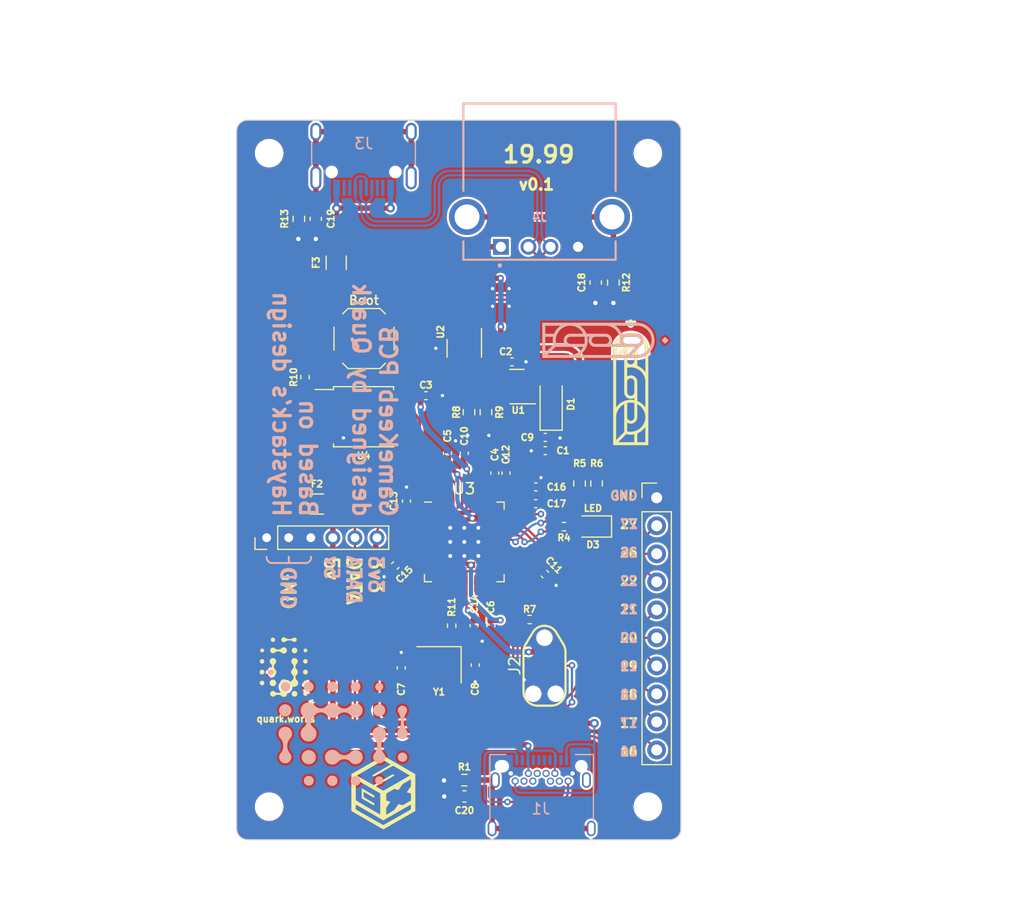
<source format=kicad_pcb>
(kicad_pcb (version 20221018) (generator pcbnew)
  (layers (0 "F.Cu" signal) (31 "B.Cu" signal) (34 "B.Paste" user) (35 "F.Paste" user) (36 "B.SilkS" user "B.Silkscreen") (37 "F.SilkS" user "F.Silkscreen") (38 "B.Mask" user) (39 "F.Mask" user) (44 "Edge.Cuts" user))
  (net 0 "")
  (net 1 "GND")
  (net 2 "+3V3")
  (net 3 "+5V")
  (net 4 "+1V1")
  (net 5 "XTAL_IN")
  (net 6 "/XTAL_O")
  (net 7 "Net-(D1-A)")
  (net 8 "3vCable")
  (net 9 "Net-(D3-A)")
  (net 11 "DBUS+")
  (net 12 "DBUS-")
  (net 15 "DATA")
  (net 19 "Net-(J1-SHIELD)")
  (net 20 "SWD")
  (net 21 "~{RESET}")
  (net 22 "SWCLK")
  (net 24 "PICO_LED")
  (net 25 "VBUS_SENSE")
  (net 26 "D+")
  (net 27 "/D_+")
  (net 28 "D-")
  (net 29 "/D_-")
  (net 30 "/~{USB_BOOT}")
  (net 31 "CS")
  (net 32 "XTAL_OUT")
  (net 38 "SD3")
  (net 39 "QSPI_CLK")
  (net 40 "SD0")
  (net 41 "SD2")
  (net 42 "SD1")
  (net 43 "Net-(J4-Shield)")
  (net 44 "Net-(J3-SHIELD)")
  (net 45 "VBUS")
  (net 64 "unconnected-(U3-GPIO28{slash}ADC2-Pad40)")
  (net 67 "GP27")
  (net 68 "GP26")
  (net 69 "GP22")
  (net 70 "GP21")
  (net 71 "GP20")
  (net 72 "GP19")
  (net 73 "GP18")
  (net 74 "GP17")
  (net 75 "GP16")
  (net 76 "GCC 5v")
  (footprint "Package_TO_SOT_SMD:SOT-23-6" (layer "F.Cu") (at 46.537339 37.561089 -90)
    (fp_text reference "U2")
    (fp_text value "USBLC6-2SC6")
  )
  (footprint "Capacitor_SMD:C_0402_1005Metric" (layer "F.Cu") (at 41.302089 51.407107 90)
    (fp_text reference "C13")
    (fp_text value "100nF")
  )
  (footprint "Capacitor_SMD:C_0603_1608Metric" (layer "F.Cu") (at 46.55 78.175)
    (fp_text reference "C20")
    (fp_text value "4.7uF")
  )
  (footprint "Resistor_SMD:R_0402_1005Metric" (layer "F.Cu") (at 45.394339 62.694339 90)
    (fp_text reference "R11")
    (fp_text value "1k")
  )
  (footprint "Capacitor_SMD:C_0402_1005Metric" (layer "F.Cu") (at 47.525089 66.266107 90)
    (fp_text reference "C8")
    (fp_text value "22pF")
  )
  (footprint "qw-logo:qw new logo silk + copper sm" (layer "F.Cu") (at 30.425 66.675)
    (fp_text reference "H5" hide)
    (fp_text value "qw logo" hide)
  )
  (footprint "Capacitor_SMD:C_0402_1005Metric" (layer "F.Cu") (at 49.303089 48.867107 90)
    (fp_text reference "C4")
    (fp_text value "1uF")
  )
  (footprint "Crystal:Crystal_SMD_3225-4Pin_3.2x2.5mm" (layer "F.Cu") (at 44.251339 66.250339 180)
    (fp_text reference "Y1")
    (fp_text value "12MHz")
  )
  (footprint "Capacitor_SMD:C_0402_1005Metric" (layer "F.Cu") (at 53.877339 45.636089 180)
    (fp_text reference "C9")
    (fp_text value "10uF")
  )
  (footprint "footprints:RP2040-QFN-56" (layer "F.Cu") (at 46.537339 55.106089)
    (fp_text reference "U3")
    (fp_text value "RP2040")
  )
  (footprint "Capacitor_SMD:C_0402_1005Metric" (layer "F.Cu") (at 48.950339 62.694339 -90)
    (fp_text reference "C6")
    (fp_text value "100nF")
  )
  (footprint "Fuse:Fuse_1206_3216Metric" (layer "F.Cu") (at 34.925 29.8 90)
    (fp_text reference "F3")
    (fp_text value "500 mA")
  )
  (footprint "Diode_SMD:D_SOD-123" (layer "F.Cu") (at 54.407339 42.621089 90)
    (fp_text reference "D1")
    (fp_text value "Schottky Diode")
  )
  (footprint "Resistor_SMD:R_0603_1608Metric" (layer "F.Cu") (at 48.497339 43.351089 -90)
    (fp_text reference "R9")
    (fp_text value "27")
  )
  (footprint "Capacitor_SMD:C_0402_1005Metric" (layer "F.Cu") (at 50.857339 38.791089 180)
    (fp_text reference "C2")
    (fp_text value "1uF")
  )
  (footprint "Resistor_SMD:R_0402_1005Metric" (layer "F.Cu") (at 52.457339 62.141089 180)
    (fp_text reference "R7")
    (fp_text value "10k")
  )
  (footprint "Capacitor_SMD:C_0402_1005Metric" (layer "F.Cu") (at 50.319089 48.867107 90)
    (fp_text reference "C12")
    (fp_text value "100nF")
  )
  (footprint "Connector_PinHeader_2.00mm:PinHeader_1x06_P2.00mm_Vertical" (layer "F.Cu") (at 28.625 54.725 90)
    (fp_text reference "J5" hide)
    (fp_text value "GCC Cable" hide)
  )
  (footprint "Package_TO_SOT_SMD:SOT-23" (layer "F.Cu") (at 51.309839 41.031089 180)
    (fp_text reference "U1")
    (fp_text value "XC6206")
  )
  (footprint "MountingHole:MountingHole_2.1mm" (layer "F.Cu") (at 63.175 79.1)
    (fp_text reference "H4" hide)
    (fp_text value "MountingHole" hide)
  )
  (footprint "Capacitor_SMD:C_0402_1005Metric" (layer "F.Cu") (at 53.843339 58.026982 -45)
    (fp_text reference "C11")
    (fp_text value "100nF")
  )
  (footprint "Resistor_SMD:R_0603_1608Metric" (layer "F.Cu") (at 31.545 25.825 90)
    (fp_text reference "R13")
    (fp_text value "1M")
  )
  (footprint "Capacitor_SMD:C_0402_1005Metric" (layer "F.Cu") (at 40.286089 57.249107 -135)
    (fp_text reference "C15")
    (fp_text value "100nF" hide)
  )
  (footprint "Capacitor_SMD:C_0402_1005Metric" (layer "F.Cu") (at 46.537339 47.073339 90)
    (fp_text reference "C10")
    (fp_text value "1uF")
  )
  (footprint "Capacitor_SMD:C_0402_1005Metric" (layer "F.Cu") (at 43.057339 41.851089)
    (fp_text reference "C3")
    (fp_text value "100nF")
  )
  (footprint "Resistor_SMD:R_0603_1608Metric" (layer "F.Cu") (at 56.987339 49.816089 -90)
    (fp_text reference "R5")
    (fp_text value "5.6k")
  )
  (footprint "Capacitor_SMD:C_0402_1005Metric" (layer "F.Cu") (at 53.014339 50.121339)
    (fp_text reference "C16")
    (fp_text value "100nF")
  )
  (footprint "Resistor_SMD:R_0603_1608Metric" (layer "F.Cu") (at 58.527339 49.816089 90)
    (fp_text reference "R6")
    (fp_text value "10k")
  )
  (footprint "Capacitor_SMD:C_0402_1005Metric" (layer "F.Cu") (at 45.013339 47.073339 90)
    (fp_text reference "C5")
    (fp_text value "100nF")
  )
  (footprint "Capacitor_SMD:C_0402_1005Metric" (layer "F.Cu") (at 53.014339 51.645339)
    (fp_text reference "C17")
    (fp_text value "100nF")
  )
  (footprint "Connector_PinHeader_2.54mm:PinHeader_1x10_P2.54mm_Vertical" (layer "F.Cu") (at 63.975 51.105)
    (fp_text reference "J6" hide)
    (fp_text value "Conn_01x10_Pin")
  )
  (footprint "MountingHole:MountingHole_2.1mm" (layer "F.Cu") (at 63.175 19.875)
    (fp_text reference "H2" hide)
    (fp_text value "MountingHole" hide)
  )
  (footprint "Resistor_SMD:R_0402_1005Metric" (layer "F.Cu") (at 55.575 53.725)
    (fp_text reference "R4")
    (fp_text value "470")
  )
  (footprint "Fuse:Fuse_1206_3216Metric" (layer "F.Cu") (at 33.175 51.675)
    (fp_text reference "F2")
    (fp_text value "500 mA")
  )
  (footprint "Package_SO:SOIC-8_5.23x5.23mm_P1.27mm" (layer "F.Cu") (at 37.407339 43.761089)
    (fp_text reference "U4")
    (fp_text value "W25Q128JVS")
  )
  (footprint "Button_Switch_SMD:SW_SPST_SKQG_WithStem" (layer "F.Cu") (at 37.45 36.675)
    (fp_text reference "SW1" hide)
    (fp_text value "Boot")
  )
  (footprint "PCM_marbastlib-various:CON_TC2030_outlined" (layer "F.Cu") (at 53.807339 66.331089 -90)
    (fp_text reference "J2")
    (fp_text value "JTAG_TC2030")
  )
  (footprint "LED_SMD:LED_0805_2012Metric" (layer "F.Cu") (at 58.2 53.711089 180)
    (fp_text reference "D3")
    (fp_text value "LED")
  )
  (footprint "MountingHole:MountingHole_2.1mm" (layer "F.Cu") (at 28.85 79.1)
    (fp_text reference "H3" hide)
    (fp_text value "MountingHole" hide)
  )
  (footprint "Capacitor_SMD:C_0402_1005Metric" (layer "F.Cu") (at 40.822339 66.520107 -90)
    (fp_text reference "C7")
    (fp_text value "22pF")
  )
  (footprint "MountingHole:MountingHole_2.1mm" (layer "F.Cu") (at 28.85 19.875)
    (fp_text reference "H1" hide)
    (fp_text value "MountingHole" hide)
  )
  (footprint "Capacitor_SMD:C_0603_1608Metric" (layer "F.Cu") (at 33.075 25.825 -90)
    (fp_text reference "C19")
    (fp_text value "4.7uF")
  )
  (footprint "Capacitor_SMD:C_0402_1005Metric" (layer "F.Cu") (at 47.426339 62.694339 -90)
    (fp_text reference "C14")
    (fp_text value "100nF")
  )
  (footprint "1999:1999 logo md" (layer "F.Cu") (at 61.410369 40.593984)
    (fp_text reference "H6" hide)
    (fp_text value "1999 logo" hide)
  )
  (footprint "LOGO" (layer "F.Cu") (at 39.2 77.825)
    (fp_text reference "G***" hide)
    (fp_text value "LOGO" hide)
  )
  (footprint "Resistor_SMD:R_0603_1608Metric" (layer "F.Cu") (at 60.05 31.6 90)
    (fp_text reference "R12")
    (fp_text value "1M")
  )
  (footprint "Resistor_SMD:R_0603_1608Metric" (layer "F.Cu") (at 46.967339 43.351089 -90)
    (fp_text reference "R8")
    (fp_text value "27")
  )
  (footprint "Resistor_SMD:R_0402_1005Metric" (layer "F.Cu") (at 32.1 40.175 -90)
    (fp_text reference "R10")
    (fp_text value "1k")
  )
  (footprint "Resistor_SMD:R_0603_1608Metric" (layer "F.Cu") (at 46.55 76.7)
    (fp_text reference "R1")
    (fp_text value "1M")
  )
  (footprint "Capacitor_SMD:C_0603_1608Metric" (layer "F.Cu") (at 58.45 31.6 -90)
    (fp_text reference "C18")
    (fp_text value "4.7uF")
  )
  (footprint "Capacitor_SMD:C_0402_1005Metric" (layer "F.Cu") (at 53.877339 46.836089)
    (fp_text reference "C1")
    (fp_text value "1uF")
  )
  (footprint "USB1130-15-A:GCT_USB1130-15-A_REVA" (layer "B.Cu") (at 53.3525 25.6525)
    (fp_text reference "J4")
    (fp_text value "USB_A")
  )
  (footprint "footprints:TYPE-C_24P_QCHT" (layer "B.Cu") (at 53.55 82.9 180)
    (fp_text reference "J1")
    (fp_text value "USB C Connector")
  )
  (footprint "qw-logo:qw new logo silk + copper md" (layer "B.Cu") (at 35.075 71.95 90)
    (fp_text reference "H7" hide)
    (fp_text value "qw logo" hide)
  )
  (footprint "1999:1999 logo md" (layer "B.Cu") (at 59.35 37.05 90)
    (fp_text reference "H8" hide)
    (fp_text value "1999 logo" hide)
  )
  (footprint "PCM_marbastlib-various:USB_C_Receptacle_HRO_TYPE-C-31-M-12" (layer "B.Cu") (at 37.405 18.975)
    (fp_text reference "J3")
    (fp_text value "USB_C_Receptacle_USB2.0")
  )
  (gr_line (start 30.65 57.025) (end 30.65 56.45) (stroke (width 0.15)) (layer "B.SilkS"))
  (gr_arc (start 32.65 56.525) (mid 32.503553 56.878553) (end 32.15 57.025) (stroke (width 0.15)) (layer "B.SilkS"))
  (gr_line (start 32.65 56.525) (end 32.65 56.45) (stroke (width 0.15)) (layer "B.SilkS"))
  (gr_arc (start 29.125 57.025) (mid 28.771447 56.878553) (end 28.625 56.525) (stroke (width 0.15)) (layer "B.SilkS"))
  (gr_line (start 29.125 57.025) (end 32.15 57.025) (stroke (width 0.15)) (layer "B.SilkS"))
  (gr_line (start 28.625 56.45) (end 28.625 56.525) (stroke (width 0.15)) (layer "B.SilkS"))
  (gr_line (start 30.625 56.45) (end 30.625 57.025) (stroke (width 0.15)) (layer "F.SilkS"))
  (gr_arc (start 32.65 56.525) (mid 32.503553 56.878553) (end 32.15 57.025) (stroke (width 0.15)) (layer "F.SilkS"))
  (gr_line (start 28.625 56.45) (end 28.625 56.525) (stroke (width 0.15)) (layer "F.SilkS"))
  (gr_arc (start 29.125 57.025) (mid 28.771447 56.878553) (end 28.625 56.525) (stroke (width 0.15)) (layer "F.SilkS"))
  (gr_line (start 29.125 57.025) (end 32.15 57.025) (stroke (width 0.15)) (layer "F.SilkS"))
  (gr_line (start 32.65 56.525) (end 32.65 56.45) (stroke (width 0.15)) (layer "F.SilkS"))
  (gr_line (start 66.175 17.875) (end 66.175 81.1) (stroke (width 0.1)) (layer "Edge.Cuts"))
  (gr_line (start 25.9 81.1) (end 25.9 17.875) (stroke (width 0.1)) (layer "Edge.Cuts"))
  (gr_line (start 26.9 16.875) (end 65.175 16.875) (stroke (width 0.1)) (layer "Edge.Cuts"))
  (gr_arc (start 65.175 16.875) (mid 65.882107 17.167893) (end 66.175 17.875) (stroke (width 0.1)) (layer "Edge.Cuts"))
  (gr_arc (start 25.9 17.875) (mid 26.192893 17.167893) (end 26.9 16.875) (stroke (width 0.1)) (layer "Edge.Cuts"))
  (gr_line (start 65.175 82.1) (end 26.9 82.1) (stroke (width 0.1)) (layer "Edge.Cuts"))
  (gr_arc (start 66.175 81.1) (mid 65.882107 81.807107) (end 65.175 82.1) (stroke (width 0.1)) (layer "Edge.Cuts"))
  (gr_arc (start 26.9 82.1) (mid 26.192893 81.807107) (end 25.9 81.1) (stroke (width 0.1)) (layer "Edge.Cuts"))
  (gr_text "GND" (at 29.825 61.325 -90) (layer "B.SilkS") (effects (font (size 1.25 1.25) (thickness 0.25) bold) (justify left bottom mirror)))
  (gr_text "GameKeeb PCB\ndesigned by Quark\n\nBased on\nHaystack's design" (at 29.075 53 270) (layer "B.SilkS") (effects (font (size 1.5 1.5) (thickness 0.3) bold) (justify left bottom mirror)))
  (gr_text "GND\n\n27\n\n26\n\n22\n\n21\n\n20\n\n19\n\n18\n\n17\n\n16" (at 62.35 74.575) (layer "B.SilkS") (effects (font (size 0.8 0.8) (thickness 0.2) bold) (justify left bottom mirror)))
  (gr_text "3v3\nDATA\n5v" (at 33.775 56.2 270) (layer "B.SilkS") (effects (font (size 1.25 1.25) (thickness 0.25) bold) (justify right bottom mirror)))
  (gr_text "quark.works" (at 27.625 71.5) (layer "F.SilkS") (effects (font (size 0.6 0.6)) (justify left bottom)))
  (gr_text "GND\n\n27\n\n26\n\n22\n\n21\n\n20\n\n19\n\n18\n\n17\n\n16" (at 62.35 74.575) (layer "F.SilkS") (effects (font (size 0.8 0.8) (thickness 0.2) bold) (justify right bottom)))
  (gr_text "GND" (at 29.825 57.25 270) (layer "F.SilkS") (effects (font (size 1.25 1.25) (thickness 0.25) bold) (justify left bottom)))
  (gr_text "19.99" (at 49.875 20.875) (layer "F.SilkS") (effects (font (size 1.5 1.5) (thickness 0.3) bold) (justify left bottom)))
  (gr_text "3v3\nDATA\n5v" (at 33.775 56.275 270) (layer "F.SilkS") (effects (font (size 1.25 1.25) (thickness 0.25) bold) (justify left bottom)))
  (gr_text "v0.1" (at 51.35 23.3) (layer "F.SilkS") (effects (font (size 1 1) (thickness 0.25) bold) (justify left bottom)))
  (segment (start 43.987339 37.531089) (end 43.957339 37.561089) (width 0.2) (layer "F.Cu") (net 1))
  (segment (start 47.525089 66.746107) (end 47.525089 67.790107) (width 0.381) (layer "F.Cu") (net 1))
  (segment (start 39.946678 57.588518) (end 39.270089 58.265107) (width 0.381) (layer "F.Cu") (net 1))
  (segment (start 58.45 33.425) (end 58.425 33.45) (width 0.5) (layer "F.Cu") (net 1))
  (segment (start 44.725 76.7) (end 44.7 76.725) (width 0.5) (layer "F.Cu") (net 1))
  (segment (start 47.525089 66.746107) (end 45.705571 66.746107) (width 0.381) (layer "F.Cu") (net 1))
  (segment (start 45.775 76.75) (end 45.725 76.7) (width 0.5) (layer "F.Cu") (net 1))
  (segment (start 45.725 76.7) (end 44.725 76.7) (width 0.5) (layer "F.Cu") (net 1))
  (segment (start 53.397339 45.636089) (end 53.397339 46.836089) (width 0.5) (layer "F.Cu") (net 1))
  (segment (start 58.5 32.425) (end 58.45 32.375) (width 0.5) (layer "F.Cu") (net 1))
  (segment (start 53.397339 46.836089) (end 52.617339 46.836089) (width 0.5) (layer "F.Cu") (net 1))
  (segment (start 31.545 27.605) (end 31.5 27.65) (width 0.5) (layer "F.Cu") (net 1))
  (segment (start 45.013339 46.593339) (end 46.537339 46.593339) (width 0.5) (layer "F.Cu") (net 1))
  (segment (start 54.859339 59.042982) (end 54.18275 58.366393) (width 0.2) (layer "F.Cu") (net 1))
  (segment (start 53.494089 49.281089) (end 53.494089 50.121089) (width 0.381) (layer "F.Cu") (net 1))
  (segment (start 31.545 26.65) (end 33.025 26.65) (width 0.5) (layer "F.Cu") (net 1))
  (segment (start 45.775 78.175) (end 44.725 78.175) (width 0.5) (layer "F.Cu") (net 1))
  (segment (start 53.494339 50.121339) (end 53.494339 51.645339) (width 0.381) (layer "F.Cu") (net 1))
  (segment (start 33.025 26.65) (end 33.075 26.6) (width 0.5) (layer "F.Cu") (net 1))
  (segment (start 60.05 32.425) (end 58.5 32.425) (width 0.5) (layer "F.Cu") (net 1))
  (segment (start 50.319089 48.387107) (end 50.319089 47.470107) (width 0.2) (layer "F.Cu") (net 1))
  (segment (start 45.229242 60.00843) (end 41.322764 63.914908) (width 0.2) (layer "F.Cu") (net 1))
  (segment (start 46.537339 36.423589) (end 46.537339 36.914458) (width 0.2) (layer "F.Cu") (net 1))
  (segment (start 33.844839 45.661089) (end 35.569839 45.661089) (width 0.5) (layer "F.Cu") (net 1))
  (segment (start 45.537339 58.543589) (end 45.537339 59.264618) (width 0.2) (layer "F.Cu") (net 1))
  (segment (start 45.775 78.175) (end 45.775 76.75) (width 0.5) (layer "F.Cu") (net 1))
  (segment (start 45.920708 37.531089) (end 43.987339 37.531089) (width 0.2) (layer "F.Cu") (net 1))
  (segment (start 45.104361 67.100339) (end 43.404361 65.400339) (width 0.254) (layer "F.Cu") (net 1))
  (segment (start 33.075 26.6) (end 33.075 27.65) (width 0.5) (layer "F.Cu") (net 1))
  (segment (start 52.617339 46.836089) (end 52.607339 46.846089) (width 0.5) (layer "F.Cu") (net 1))
  (segment (start 58.45 32.375) (end 58.45 33.425) (width 0.5) (layer "F.Cu") (net 1))
  (segment (start 52.117339 38.791089) (end 52.127339 38.781089) (width 0.5) (layer "F.Cu") (net 1))
  (segment (start 53.172339 67.601089) (end 51.970078 67.601089) (width 0.25) (layer "F.Cu") (net 1))
  (segment (start 31.545 26.65) (end 31.545 27.605) (width 0.5) (layer "F.Cu") (net 1))
  (segment (start 51.337339 38.791089) (end 52.117339 38.791089) (width 0.5) (layer "F.Cu") (net 1))
  (segment (start 43.537339 41.851089) (end 44.547339 41.851089) (width 0.5) (layer "F.Cu") (net 1))
  (segment (start 40.822339 65.123107) (end 40.822339 66.040107) (width 0.381) (layer "F.Cu") (net 1))
  (segment (start 41.302089 50.927107) (end 41.302089 50.137107) (width 0.381) (layer "F.Cu") (net 1))
  (segment (start 60.05 32.425) (end 60.05 33.45) (width 0.5) (layer "F.Cu") (net 1))
  (via (at 52.607339 46.846089) (size 0.6) (drill 0.3) (layers "F.Cu" "B.Cu") (net 1))
  (via (at 60.05 33.45) (size 0.8) (drill 0.4) (layers "F.Cu" "B.Cu") (net 1))
  (via (at 54.859339 59.042982) (size 0.6) (drill 0.3) (layers "F.Cu" "B.Cu") (net 1))
  (via (at 44.7 76.725) (size 0.8) (drill 0.4) (layers "F.Cu" "B.Cu") (net 1))
  (via (at 35.584839 45.676089) (size 0.6) (drill 0.3) (layers "F.Cu" "B.Cu") (net 1))
  (via (at 51.970078 67.601089) (size 0.6) (drill 0.3) (layers "F.Cu" "B.Cu") (net 1))
  (via (at 45.747089 45.946107) (size 0.6) (drill 0.3) (layers "F.Cu" "B.Cu") (net 1))
  (via (at 33.075 27.65) (size 0.8) (drill 0.4) (layers "F.Cu" "B.Cu") (net 1))
  (via (at 48.160089 64.107107) (size 0.6) (drill 0.3) (layers "F.Cu" "B.Cu") (net 1))
  (via (at 44.725 78.175) (size 0.8) (drill 0.4) (layers "F.Cu" "B.Cu") (net 1))
  (via (at 53.494089 49.281089) (size 0.6) (drill 0.3) (layers "F.Cu" "B.Cu") (net 1))
  (via (at 31.5 27.65) (size 0.8) (drill 0.4) (layers "F.Cu" "B.Cu") (net 1))
  (via (at 58.425 33.45) (size 0.8) (drill 0.4) (layers "F.Cu" "B.Cu") (net 1))
  (via (at 47.525089 67.790107) (size 0.6) (drill 0.3) (layers "F.Cu" "B.Cu") (net 1))
  (via (at 44.557339 41.841089) (size 0.6) (drill 0.3) (layers "F.Cu" "B.Cu") (net 1))
  (via (at 49.1025 32.1505) (size 0.6) (drill 0.3) (layers "F.Cu" "B.Cu") (net 1))
  (via (at 48.763339 45.453982) (size 0.6) (drill 0.3) (layers "F.Cu" "B.Cu") (net 1))
  (via (at 50.319089 47.470107) (size 0.6) (drill 0.3) (layers "F.Cu" "B.Cu") (net 1))
  (via (at 43.957339 37.561089) (size 0.6) (drill 0.3) (layers "F.Cu" "B.Cu") (net 1))
  (via (at 41.302089 50.137107) (size 0.6) (drill 0.3) (layers "F.Cu" "B.Cu") (net 1))
  (via (at 49.1025 33.7495) (size 0.6) (drill 0.3) (layers "F.Cu" "B.Cu") (net 1))
  (via (at 55.217339 45.686089) (size 0.6) (drill 0.3) (layers "F.Cu" "B.Cu") (net 1))
  (via (at 46.858339 45.453982) (size 0.6) (drill 0.3) (layers "F.Cu" "B.Cu") (net 1))
  (via (at 52.127339 38.781089) (size 0.6) (drill 0.3) (layers "F.Cu" "B.Cu") (net 1))
  (via (at 39.270089 58.265107) (size 0.6) (drill 0.3) (layers "F.Cu" "B.Cu") (net 1))
  (via (at 40.822339 65.123107) (size 0.6) (drill 0.3) (layers "F.Cu" "B.Cu") (net 1))
  (via (at 50.6015 32.1505) (size 0.6) (drill 0.3) (layers "F.Cu" "B.Cu") (net 1))
  (via (at 50.6015 33.7495) (size 0.6) (drill 0.3) (layers "F.Cu" "B.Cu") (net 1))
  (arc (start 45.920708 37.531089) (mid 46.356732 37.350482) (end 46.537339 36.914458) (width 0.2) (layer "F.Cu") (net 1))
  (arc (start 45.537339 59.264618) (mid 45.457267 59.667166) (end 45.229242 60.00843) (width 0.2) (layer "F.Cu") (net 1))
  (arc (start 40.822339 65.123107) (mid 40.952395 64.469205) (end 41.322764 63.914908) (width 0.2) (layer "F.Cu") (net 1))
  (segment (start 47.812339 55.106089) (end 45.262339 55.106089) (width 0.635) (layer "B.Cu") (net 1))
  (segment (start 45.562339 56.081089) (end 47.512339 56.081089) (width 0.635) (layer "B.Cu") (net 1))
  (segment (start 45.262339 56.381089) (end 45.262339 53.831089) (width 0.635) (layer "B.Cu") (net 1))
  (segment (start 47.812339 53.831089) (end 45.262339 53.831089) (width 0.635) (layer "B.Cu") (net 1))
  (segment (start 47.812339 56.381089) (end 47.812339 53.831089) (width 0.635) (layer "B.Cu") (net 1))
  (segment (start 47.512339 56.081089) (end 47.812339 56.381089) (width 0.635) (layer "B.Cu") (net 1))
  (segment (start 45.262339 56.381089) (end 45.562339 56.081089) (width 0.635) (layer "B.Cu") (net 1))
  (segment (start 46.537339 53.831089) (end 46.537339 56.381089) (width 0.635) (layer "B.Cu") (net 1))
  (segment (start 54.407339 44.271089) (end 54.407339 46.786089) (width 0.5) (layer "F.Cu") (net 2))
  (segment (start 43.099839 52.506089) (end 44.267107 52.506089) (width 0.2) (layer "F.Cu") (net 2))
  (segment (start 52.534339 50.121339) (end 52.534339 51.645339) (width 0.381) (layer "F.Cu") (net 2))
  (segment (start 43.854589 56.106089) (end 43.870339 56.090339) (width 0.2) (layer "F.Cu") (net 2))
  (segment (start 49.974839 56.106089) (end 49.102339 56.106089) (width 0.2) (layer "F.Cu") (net 2))
  (segment (start 47.137339 51.668589) (end 47.137339 51.141024) (width 0.2) (layer "F.Cu") (net 2))
  (segment (start 51.671482 52.213196) (end 52.239339 51.645339) (width 0.2) (layer "F.Cu") (net 2))
  (segment (start 49.137339 52.467339) (end 49.204339 52.534339) (width 0.2) (layer "F.Cu") (net 2))
  (segment (start 46.890089 61.313107) (end 46.737339 61.160357) (width 0.2) (layer "F.Cu") (net 2))
  (segment (start 46.890089 61.313107) (end 47.426339 61.849357) (width 0.5) (layer "F.Cu") (net 2))
  (segment (start 46.737339 61.160357) (end 46.737339 58.543589) (width 0.2) (layer "F.Cu") (net 2))
  (segment (start 54.357339 47.070196) (end 54.357339 46.836089) (width 0.5) (layer "F.Cu") (net 2))
  (segment (start 49.077339 52.534339) (end 48.737339 52.194339) (width 0.2) (layer "F.Cu") (net 2))
  (segment (start 42.577339 41.851089) (end 41.032339 41.851089) (width 0.5) (layer "F.Cu") (net 2))
  (segment (start 46.763089 48.486107) (end 46.915489 48.638507) (width 0.2) (layer "F.Cu") (net 2))
  (segment (start 52.739874 48.687661) (end 54.357339 47.070196) (width 0.5) (layer "F.Cu") (net 2))
  (segment (start 49.974839 56.106089) (end 51.563227 56.106089) (width 0.2) (layer "F.Cu") (net 2))
  (segment (start 47.020181 50.858181) (end 46.918339 50.756339) (width 0.2) (layer "F.Cu") (net 2))
  (segment (start 49.430232 50.235964) (end 50.319089 49.347107) (width 0.2) (layer "F.Cu") (net 2))
  (segment (start 49.137339 51.668589) (end 49.137339 52.467339) (width 0.2) (layer "F.Cu") (net 2))
  (segment (start 46.737339 58.543589) (end 46.737339 57.814339) (width 0.2) (layer "F.Cu") (net 2))
  (segment (start 52.370078 65.081089) (end 53.152339 65.081089) (width 0.5) (layer "F.Cu") (net 2))
  (segment (start 52.176464 56.360107) (end 53.503928 57.687571) (width 0.381) (layer "F.Cu") (net 2))
  (segment (start 41.257607 56.305589) (end 40.667089 56.896107) (width 0.381) (layer "F.Cu") (net 2))
  (segment (start 54.407339 46.786089) (end 54.357339 46.836089) (width 0.5) (layer "F.Cu") (net 2))
  (segment (start 41.628178 52.213196) (end 41.302089 51.887107) (width 0.2) (layer "F.Cu") (net 2))
  (segment (start 48.737339 51.668589) (end 49.137339 51.268589) (width 0.2) (layer "F.Cu") (net 2))
  (segment (start 49.974839 52.506089) (end 50.964375 52.506089) (width 0.2) (layer "F.Cu") (net 2))
  (segment (start 52.717339 63.962622) (end 52.717339 62.744551) (width 0.5) (layer "F.Cu") (net 2))
  (segment (start 44.267107 52.506089) (end 44.350089 52.423107) (width 0.2) (layer "F.Cu") (net 2))
  (segment (start 42.577339 42.881089) (end 42.577339 41.851089) (width 0.5) (layer "F.Cu") (net 2))
  (segment (start 43.099839 52.506089) (end 42.335285 52.506089) (width 0.2) (layer "F.Cu") (net 2))
  (segment (start 49.105589 52.506089) (end 49.077339 52.534339) (width 0.2) (layer "F.Cu") (net 2))
  (segment (start 46.737339 51.668589) (end 46.737339 52.524357) (width 0.2) (layer "F.Cu") (net 2))
  (segment (start 46.763089 48.486107) (end 46.763089 48.074089) (width 0.2) (layer "F.Cu") (net 2))
  (segment (start 48.737339 52.194339) (end 48.737339 51.668589) (width 0.2) (layer "F.Cu") (net 2))
  (segment (start 46.918339 50.756339) (end 46.854496 50.820182) (width 0.2) (layer "F.Cu") (net 2))
  (segment (start 46.915489 50.753489) (end 46.918339 50.756339) (width 0.2) (layer "F.Cu") (net 2))
  (segment (start 43.099839 56.106089) (end 43.854589 56.106089) (width 0.2) (layer "F.Cu") (net 2))
  (segment (start 49.137339 51.668589) (end 49.137339 50.943071) (width 0.2) (layer "F.Cu") (net 2))
  (segment (start 46.737339 52.524357) (end 46.763089 52.550107) (width 0.2) (layer "F.Cu") (net 2))
  (segment (start 47.137339 51.668589) (end 47.137339 52.262339) (width 0.2) (layer "F.Cu") (net 2))
  (segment (start 43.099839 56.106089) (end 41.739096 56.106089) (width 0.2) (layer "F.Cu") (net 2))
  (segment (start 46.763089 48.074089) (end 46.537339 47.848339) (width 0.2) (layer "F.Cu") (net 2))
  (segment (start 52.239339 51.645339) (end 52.534339 51.645339) (width 0.381) (layer "F.Cu") (net 2))
  (segment (start 46.737339 51.103024) (end 46.737339 51.668589) (width 0.2) (layer "F.Cu") (net 2))
  (segment (start 49.974839 52.506089) (end 49.105589 52.506089) (width 0.2) (layer "F.Cu") (net 2))
  (segment (start 47.426339 61.849357) (end 47.426339 62.214339) (width 0.5) (layer "F.Cu") (net 2))
  (segment (start 46.915489 48.638507) (end 46.915489 50.753489) (width 0.2) (layer "F.Cu") (net 2))
  (segment (start 50.319089 49.347107) (end 51.14783 49.347107) (width 0.5) (layer "F.Cu") (net 2))
  (via (at 46.890089 61.313107) (size 0.6) (drill 0.3) (layers "F.Cu" "B.Cu") (net 2))
  (via (at 46.763089 48.486107) (size 0.6) (drill 0.3) (layers "F.Cu" "B.Cu") (net 2))
  (via (at 52.370078 65.081089) (size 0.6) (drill 0.3) (layers "F.Cu" "B.Cu") (net 2))
  (via (at 42.577339 42.881089) (size 0.6) (drill 0.3) (layers "F.Cu" "B.Cu") (net 2))
  (arc (start 47.137339 51.141024) (mid 47.106891 50.98795) (end 47.020181 50.858181) (width 0.2) (layer "F.Cu") (net 2))
  (arc (start 46.737339 51.103024) (mid 46.767787 50.949951) (end 46.854496 50.820182) (width 0.2) (layer "F.Cu") (net 2))
  (arc (start 52.739874 48.687661) (mid 52.009438 49.175723) (end 51.14783 49.347107) (width 0.5) (layer "F.Cu") (net 2))
  (arc (start 49.430232 50.235964) (mid 49.213459 50.560387) (end 49.137339 50.943071) (width 0.2) (layer "F.Cu") (net 2))
  (arc (start 52.967339 62.141089) (mid 52.782296 62.417994) (end 52.717339 62.744551) (width 0.5) (layer "F.Cu") (net 2))
  (arc (start 52.717339 63.962622) (mid 52.83559 64.557108) (end 53.172339 65.061089) (width 0.5) (layer "F.Cu") (net 2))
  (arc (start 41.628178 52.213196) (mid 41.952601 52.429969) (end 42.335285 52.506089) (width 0.2) (layer "F.Cu") (net 2))
  (arc (start 41.257607 56.305589) (mid 41.478573 56.157909) (end 41.739096 56.106089) (width 0.2) (layer "F.Cu") (net 2))
  (arc (start 50.964375 52.506089) (mid 51.347058 52.429969) (end 51.671482 52.213196) (width 0.2) (layer "F.Cu") (net 2))
  (arc (start 52.176464 56.360107) (mid 51.895101 56.172102) (end 51.563227 56.106089) (width 0.2) (layer "F.Cu") (net 2))
  (segment (start 43.580909 45.303927) (end 46.763089 48.486107) (width 0.5) (layer "B.Cu") (net 2))
  (segment (start 46.890089 61.313107) (end 50.365178 64.788196) (width 0.5) (layer "B.Cu") (net 2))
  (segment (start 51.072285 65.081089) (end 52.370078 65.081089) (width 0.5) (layer "B.Cu") (net 2))
  (arc (start 50.365178 64.788196) (mid 50.689601 65.004969) (end 51.072285 65.081089) (width 0.5) (layer "B.Cu") (net 2))
  (arc (start 42.577339 42.881089) (mid 42.838158 44.192321) (end 43.580909 45.303927) (width 0.5) (layer "B.Cu") (net 2))
  (segment (start 54.5 37.541089) (end 51.697339 37.541089) (width 0.5) (layer "F.Cu") (net 3))
  (segment (start 47.023024 37.531089) (end 51.362339 37.531089) (width 0.2) (layer "F.Cu") (net 3))
  (segment (start 29.275 50.675) (end 29.275 32.15) (width 0.5) (layer "F.Cu") (net 3))
  (segment (start 56.987339 48.991089) (end 56.987339 38.881776) (width 0.5) (layer "F.Cu") (net 3))
  (segment (start 49.85 35.6) (end 49.85 36.541089) (width 0.5) (layer "F.Cu") (net 3))
  (segment (start 50.372339 38.541089) (end 50.372339 41.031089) (width 0.5) (layer "F.Cu") (net 3))
  (segment (start 34.925 31.2) (end 49.825 31.2) (width 0.5) (layer "F.Cu") (net 3))
  (segment (start 31.775 51.675) (end 30.275 51.675) (width 0.5) (layer "F.Cu") (net 3))
  (segment (start 34.875 31.15) (end 34.925 31.2) (width 0.5) (layer "F.Cu") (net 3))
  (segment (start 50.85 37.541089) (end 51.372339 37.541089) (width 0.5) (layer "F.Cu") (net 3))
  (segment (start 55.646652 37.541089) (end 54.5 37.541089) (width 0.5) (layer "F.Cu") (net 3))
  (segment (start 30.275 31.15) (end 34.875 31.15) (width 0.5) (layer "F.Cu") (net 3))
  (segment (start 51.697339 37.541089) (end 51.372339 37.541089) (width 0.5) (layer "F.Cu") (net 3))
  (segment (start 46.537339 38.137913) (end 46.537339 38.231089) (width 0.2) (layer "F.Cu") (net 3))
  (segment (start 51.362339 37.531089) (end 51.372339 37.541089) (width 0.2) (layer "F.Cu") (net 3))
  (via (at 49.825 31.2) (size 0.6) (drill 0.3) (layers "F.Cu" "B.Cu") (net 3))
  (via (at 49.85 35.6) (size 0.6) (drill 0.3) (layers "F.Cu" "B.Cu") (net 3))
  (arc (start 50.372339 38.541089) (mid 50.665232 37.833982) (end 51.372339 37.541089) (width 0.5) (layer "F.Cu") (net 3))
  (arc (start 29.275 50.675) (mid 29.567893 51.382107) (end 30.275 51.675) (width 0.5) (layer "F.Cu") (net 3))
  (arc (start 29.275 32.15) (mid 29.567893 31.442893) (end 30.275 31.15) (width 0.5) (layer "F.Cu") (net 3))
  (arc (start 50.85 37.541089) (mid 50.142893 37.248196) (end 49.85 36.541089) (width 0.5) (layer "F.Cu") (net 3))
  (arc (start 46.740182 37.648246) (mid 46.590048 37.872923) (end 46.537339 38.137913) (width 0.2) (layer "F.Cu") (net 3))
  (arc (start 55.646652 37.541089) (mid 56.594661 37.933767) (end 56.987339 38.881776) (width 0.5) (layer "F.Cu") (net 3))
  (arc (start 47.023024 37.531089) (mid 46.869951 37.561537) (end 46.740182 37.648246) (width 0.2) (layer "F.Cu") (net 3))
  (segment (start 49.852 31.227) (end 49.852 35.598) (width 0.5) (layer "B.Cu") (net 3))
  (segment (start 49.825 31.2) (end 49.852 31.227) (width 0.5) (layer "B.Cu") (net 3))
  (segment (start 49.852 35.598) (end 49.85 35.6) (width 0.5) (layer "B.Cu") (net 3))
  (segment (start 49.811089 62.202107) (end 49.798857 62.214339) (width 0.5) (layer "F.Cu") (net 4))
  (segment (start 45.902339 48.978339) (end 45.183723 48.259723) (width 0.381) (layer "F.Cu") (net 4))
  (segment (start 46.337339 49.827553) (end 46.337339 51.668589) (width 0.2) (layer "F.Cu") (net 4))
  (segment (start 48.337339 51.668589) (end 48.337339 52.512339) (width 0.2) (layer "F.Cu") (net 4))
  (segment (start 48.337339 51.668589) (end 48.337339 51.037376) (width 0.2) (layer "F.Cu") (net 4))
  (segment (start 48.849652 49.800544) (end 49.303089 49.347107) (width 0.2) (layer "F.Cu") (net 4))
  (segment (start 49.798857 62.214339) (end 48.950339 62.214339) (width 0.5) (layer "F.Cu") (net 4))
  (segment (start 48.950339 62.167867) (end 48.950339 62.214339) (width 0.2) (layer "F.Cu") (net 4))
  (segment (start 48.337339 52.512339) (end 48.188339 52.661339) (width 0.2) (layer "F.Cu") (net 4))
  (segment (start 47.430232 60.399232) (end 48.774581 61.743581) (width 0.2) (layer "F.Cu") (net 4))
  (segment (start 47.137339 58.543589) (end 47.137339 59.692125) (width 0.2) (layer "F.Cu") (net 4))
  (segment (start 45.902339 48.978339) (end 46.044446 49.120446) (width 0.2) (layer "F.Cu") (net 4))
  (via (at 47.271089 52.968339) (size 0.6) (drill 0.35) (layers "F.Cu" "B.Cu") (net 4))
  (via (at 45.902339 48.978339) (size 0.6) (drill 0.3) (layers "F.Cu" "B.Cu") (net 4))
  (via (at 47.144089 57.205589) (size 0.6) (drill 0.35) (layers "F.Cu" "B.Cu") (net 4))
  (via (at 49.811089 62.202107) (size 0.6) (drill 0.3) (layers "F.Cu" "B.Cu") (net 4))
  (arc (start 48.849652 49.800544) (mid 48.470485 50.368007) (end 48.337339 51.037376) (width 0.2) (layer "F.Cu") (net 4))
  (arc (start 47.430232 60.399232) (mid 47.213459 60.074809) (end 47.137339 59.692125) (width 0.2) (layer "F.Cu") (net 4))
  (arc (start 48.774581 61.743581) (mid 48.904657 61.93825) (end 48.950339 62.167867) (width 0.2) (layer "F.Cu") (net 4))
  (arc (start 45.183723 48.259723) (mid 45.057621 48.070997) (end 45.013339 47.848339) (width 0.381) (layer "F.Cu") (net 4))
  (arc (start 46.044446 49.120446) (mid 46.261219 49.444869) (end 46.337339 49.827553) (width 0.2) (layer "F.Cu") (net 4))
  (segment (start 45.902339 51.185375) (end 45.902339 48.978339) (width 0.381) (layer "B.Cu") (net 4))
  (segment (start 47.436982 60.545982) (end 48.800214 61.909214) (width 0.381) (layer "B.Cu") (net 4))
  (segment (start 47.271089 52.968339) (end 46.195232 51.892482) (width 0.381) (layer "B.Cu") (net 4))
  (segment (start 47.144089 57.205589) (end 47.144089 59.838875) (width 0.381) (layer "B.Cu") (net 4))
  (segment (start 49.507321 62.202107) (end 49.811089 62.202107) (width 0.381) (layer "B.Cu") (net 4))
  (arc (start 47.436982 60.545982) (mid 47.220209 60.221559) (end 47.144089 59.838875) (width 0.381) (layer "B.Cu") (net 4))
  (arc (start 46.195232 51.892482) (mid 45.978459 51.568059) (end 45.902339 51.185375) (width 0.381) (layer "B.Cu") (net 4))
  (arc (start 48.800214 61.909214) (mid 49.124637 62.125987) (end 49.507321 62.202107) (width 0.381) (layer "B.Cu") (net 4))
  (segment (start 41.838339 64.667956) (end 41.838339 65.140587) (width 0.2) (layer "F.Cu") (net 5))
  (segment (start 40.822339 67.000107) (end 43.051107 67.000107) (width 0.2) (layer "F.Cu") (net 5))
  (segment (start 45.642878 60.1598) (end 42.335872 63.466806) (width 0.2) (layer "F.Cu") (net 5))
  (segment (start 42.353644 66.384644) (end 43.069339 67.100339) (width 0.2) (layer "F.Cu") (net 5))
  (segment (start 45.937339 58.543589) (end 45.937339 59.448908) (width 0.2) (layer "F.Cu") (net 5))
  (arc (start 41.838339 65.140587) (mid 41.972262 65.813866) (end 42.353644 66.384644) (width 0.2) (layer "F.Cu") (net 5))
  (arc (start 41.838339 64.667956) (mid 41.967644 64.017898) (end 42.335872 63.466806) (width 0.2) (layer "F.Cu") (net 5))
  (arc (start 45.937339 59.448908) (mid 45.860811 59.83364) (end 45.642878 60.1598) (width 0.2) (layer "F.Cu") (net 5))
  (segment (start 47.525089 65.786107) (end 45.737107 65.786107) (width 0.2) (layer "F.Cu") (net 6))
  (segment (start 45.394339 65.357339) (end 45.394339 63.204339) (width 0.2) (layer "F.Cu") (net 6))
  (segment (start 54.375571 40.821652) (end 54.375571 40.939321) (width 0.5) (layer "F.Cu") (net 7))
  (segment (start 54.375571 40.939321) (end 54.407339 40.971089) (width 0.5) (layer "F.Cu") (net 7))
  (segment (start 52.247339 40.081089) (end 53.407339 40.081089) (width 0.5) (layer "F.Cu") (net 7))
  (arc (start 53.407339 40.081089) (mid 54.0161 40.287736) (end 54.375571 40.821652) (width 0.5) (layer "F.Cu") (net 7))
  (segment (start 38.520089 54.829911) (end 38.520089 70.55) (width 0.5) (layer "F.Cu") (net 8))
  (segment (start 43.099839 53.306089) (end 39.625 53.306089) (width 0.2) (layer "F.Cu") (net 8))
  (segment (start 38.625 54.725) (end 38.520089 54.829911) (width 0.5) (layer "F.Cu") (net 8))
  (segment (start 39.520089 71.55) (end 58.325 71.55) (width 0.5) (layer "F.Cu") (net 8))
  (segment (start 38.625 54.306089) (end 38.625 54.725) (width 0.2) (layer "F.Cu") (net 8))
  (via (at 58.325 71.55) (size 0.8) (drill 0.4) (layers "F.Cu" "B.Cu") (net 8))
  (arc (start 38.520089 70.55) (mid 38.812982 71.257107) (end 39.520089 71.55) (width 0.5) (layer "F.Cu") (net 8))
  (arc (start 39.625 53.306089) (mid 38.917893 53.598982) (end 38.625 54.306089) (width 0.2) (layer "F.Cu") (net 8))
  (segment (start 58.325 74.1) (end 58.325 73.95) (width 0.2) (layer "B.Cu") (net 8))
  (segment (start 58.325 74.1) (end 58.325 71.55) (width 0.2) (layer "B.Cu") (net 8))
  (segment (start 58.325 77.35) (end 58.325 74.1) (width 0.2) (layer "B.Cu") (net 8))
  (segment (start 51.65 77.85) (end 57.825 77.85) (width 0.2) (layer "B.Cu") (net 8))
  (segment (start 57.825 73.45) (end 56.3 73.45) (width 0.2) (layer "B.Cu") (net 8))
  (segment (start 51.15 76.79) (end 51.15 77.35) (width 0.2) (layer "B.Cu") (net 8))
  (segment (start 55.8 73.95) (end 55.8 74.88) (width 0.2) (layer "B.Cu") (net 8))
  (arc (start 57.825 77.85) (mid 58.178553 77.703553) (end 58.325 77.35) (width 0.2) (layer "B.Cu") (net 8))
  (arc (start 56.3 73.45) (mid 55.946447 73.596447) (end 55.8 73.95) (width 0.2) (layer "B.Cu") (net 8))
  (arc (start 51.15 77.35) (mid 51.296447 77.703553) (end 51.65 77.85) (width 0.2) (layer "B.Cu") (net 8))
  (arc (start 57.825 73.45) (mid 58.178553 73.596447) (end 58.325 73.95) (width 0.2) (layer "B.Cu") (net 8))
  (segment (start 56.085 53.725) (end 57.248589 53.725) (width 0.2) (layer "F.Cu") (net 9))
  (segment (start 57.248589 53.725) (end 57.2625 53.711089) (width 0.2) (layer "F.Cu") (net 9))
  (segment (start 52.220482 33.15) (end 47.75 33.15) (width 0.2) (layer "F.Cu") (net 11))
  (segment (start 54.3525 28.3625) (end 53.842893 28.872107) (width 0.2) (layer "F.Cu") (net 11))
  (segment (start 53.55 29.579214) (end 53.55 31.820482) (width 0.2) (layer "F.Cu") (net 11))
  (segment (start 47.042893 35.630247) (end 47.487339 36.074693) (width 0.2) (layer "F.Cu") (net 11))
  (segment (start 46.75 34.15) (end 46.75 34.92314) (width 0.2) (layer "F.Cu") (net 11))
  (segment (start 47.487339 36.074693) (end 47.487339 36.423589) (width 0.2) (layer "F.Cu") (net 11))
  (arc (start 53.55 29.579214) (mid 53.62612 29.196531) (end 53.842893 28.872107) (width 0.2) (layer "F.Cu") (net 11))
  (arc (start 47.042893 35.630247) (mid 46.82612 35.305824) (end 46.75 34.92314) (width 0.2) (layer "F.Cu") (net 11))
  (arc (start 52.220482 33.15) (mid 53.160593 32.760593) (end 53.55 31.820482) (width 0.2) (layer "F.Cu") (net 11))
  (arc (start 47.75 33.15) (mid 47.042893 33.442893) (end 46.75 34.15) (width 0.2) (layer "F.Cu") (net 11))
  (segment (start 54.3525 28.3625) (end 53.842893 27.852893) (width 0.2) (layer "B.Cu") (net 11))
  (segment (start 43.854657 22.843107) (end 43.854657 25.05) (width 0.2) (layer "B.Cu") (net 11))
  (segment (start 53.55 27.145786) (end 53.55 22.770969) (width 0.2) (layer "B.Cu") (net 11))
  (segment (start 37.625 25.05) (end 37.625 24.465) (width 0.2) (layer "B.Cu") (net 11))
  (segment (start 37.301447 24.141447) (end 37.625 24.465) (width 0.2) (layer "B.Cu") (net 11))
  (segment (start 38.008553 24.081447) (end 37.625 24.465) (width 0.2) (layer "B.Cu") (net 11))
  (segment (start 38.155 23.727893) (end 38.155 23.02) (width 0.2) (layer "B.Cu") (net 11))
  (segment (start 37.155 23.02) (end 37.155 23.787893) (width 0.2) (layer "B.Cu") (net 11))
  (segment (start 52.254031 21.475) (end 45.222764 21.475) (width 0.2) (layer "B.Cu") (net 11))
  (segment (start 42.854657 26.05) (end 38.625 26.05) (width 0.2) (layer "B.Cu") (net 11))
  (arc (start 38.155 23.727893) (mid 38.11694 23.919235) (end 38.008553 24.081447) (width 0.2) (layer "B.Cu") (net 11))
  (arc (start 45.222764 21.475) (mid 44.255366 21.875709) (end 43.854657 22.843107) (width 0.2) (layer "B.Cu") (net 11))
  (arc (start 53.55 22.770969) (mid 53.170419 21.854581) (end 52.254031 21.475) (width 0.2) (layer "B.Cu") (net 11))
  (arc (start 37.155 23.787893) (mid 37.19306 23.979235) (end 37.301447 24.141447) (width 0.2) (layer "B.Cu") (net 11))
  (arc (start 53.55 27.145786) (mid 53.62612 27.528469) (end 53.842893 27.852893) (width 0.2) (layer "B.Cu") (net 11))
  (arc (start 38.625 26.05) (mid 37.917893 25.757107) (end 37.625 25.05) (width 0.2) (layer "B.Cu") (net 11))
  (arc (start 43.854657 25.05) (mid 43.561764 25.757107) (end 42.854657 26.05) (width 0.2) (layer "B.Cu") (net 11))
  (segment (start 47.720097 32.75) (end 52.15 32.75) (width 0.2) (layer "F.Cu") (net 12))
  (segment (start 52.857107 28.867107) (end 52.3525 28.3625) (width 0.2) (layer "F.Cu") (net 12))
  (segment (start 53.15 31.75) (end 53.15 29.574214) (width 0.2) (layer "F.Cu") (net 12))
  (segment (start 45.587339 36.074693) (end 46.057107 35.604925) (width 0.2) (layer "F.Cu") (net 12))
  (segment (start 45.587339 36.423589) (end 45.587339 36.074693) (width 0.2) (layer "F.Cu") (net 12))
  (segment (start 46.35 34.897818) (end 46.35 34.120097) (width 0.2) (layer "F.Cu") (net 12))
  (arc (start 46.35 34.897818) (mid 46.27388 35.280501) (end 46.057107 35.604925) (width 0.2) (layer "F.Cu") (net 12))
  (arc (start 53.15 31.75) (mid 52.857107 32.457107) (end 52.15 32.75) (width 0.2) (layer "F.Cu") (net 12))
  (arc (start 47.720097 32.75) (mid 46.751292 33.151292) (end 46.35 34.120097) (width 0.2) (layer "F.Cu") (net 12))
  (arc (start 53.15 29.574214) (mid 53.07388 29.191531) (end 52.857107 28.867107) (width 0.2) (layer "F.Cu") (net 12))
  (segment (start 44.254657 22.875) (end 44.254657 25.122868) (width 0.2) (layer "B.Cu") (net 12))
  (segment (start 37.078553 24.484239) (end 36.801446 24.207132) (width 0.2) (layer "B.Cu") (net 12))
  (segment (start 53.15 27.150786) (end 53.15 22.875) (width 0.2) (layer "B.Cu") (net 12))
  (segment (start 36.655 23.853579) (end 36.655 23.02) (width 0.2) (layer "B.Cu") (net 12))
  (segment (start 37.225 25.20428) (end 37.225 24.837793) (width 0.2) (layer "B.Cu") (net 12))
  (segment (start 37.655 22.356918) (end 37.655 23.02) (width 0.2) (layer "B.Cu") (net 12))
  (segment (start 52.15 21.875) (end 45.254657 21.875) (width 0.2) (layer "B.Cu") (net 12))
  (segment (start 42.927525 26.45) (end 38.47072 26.45) (width 0.2) (layer "B.Cu") (net 12))
  (segment (start 37.273082 21.975) (end 37.03928 21.975) (width 0.2) (layer "B.Cu") (net 12))
  (segment (start 36.655 23.02) (end 36.655 22.35928) (width 0.2) (layer "B.Cu") (net 12))
  (segment (start 52.3525 28.3625) (end 52.857107 27.857893) (width 0.2) (layer "B.Cu") (net 12))
  (arc (start 53.15 27.150786) (mid 53.07388 27.533469) (end 52.857107 27.857893) (width 0.2) (layer "B.Cu") (net 12))
  (arc (start 45.254657 21.875) (mid 44.54755 22.167893) (end 44.254657 22.875) (width 0.2) (layer "B.Cu") (net 12))
  (arc (start 36.655 22.35928) (mid 36.767553 22.087553) (end 37.03928 21.975) (width 0.2) (layer "B.Cu") (net 12))
  (arc (start 36.801446 24.207132) (mid 36.69306 24.04492) (end 36.655 23.853579) (width 0.2) (layer "B.Cu") (net 12))
  (arc (start 37.273082 21.975) (mid 37.543139 22.086861) (end 37.655 22.356918) (width 0.2) (layer "B.Cu") (net 12))
  (arc (start 37.225 24.837793) (mid 37.18694 24.646451) (end 37.078553 24.484239) (width 0.2) (layer "B.Cu") (net 12))
  (arc (start 38.47072 26.45) (mid 37.589863 26.085137) (end 37.225 25.20428) (width 0.2) (layer "B.Cu") (net 12))
  (arc (start 52.15 21.875) (mid 52.857107 22.167893) (end 53.15 22.875) (width 0.2) (layer "B.Cu") (net 12))
  (arc (start 42.927525 26.45) (mid 43.865949 26.061292) (end 44.254657 25.122868) (width 0.2) (layer "B.Cu") (net 12))
  (segment (start 54.625 78.675) (end 54.95 78.675) (width 0.2) (layer "F.Cu") (net 15))
  (segment (start 58.05 72.725) (end 37.625 72.725) (width 0.2) (layer "F.Cu") (net 15))
  (segment (start 59.05 77.675) (end 59.05 73.725) (width 0.2) (layer "F.Cu") (net 15))
  (segment (start 43.099839 52.906089) (end 37.625 52.906089) (width 0.2) (layer "F.Cu") (net 15))
  (segment (start 55.95 77.675) (end 55.95 76.79) (width 0.2) (layer "F.Cu") (net 15))
  (segment (start 36.625 71.725) (end 36.625 54.725) (width 0.2) (layer "F.Cu") (net 15))
  (segment (start 50.45 78.675) (end 54.625 78.675) (width 0.2) (layer "F.Cu") (net 15))
  (segment (start 36.625 53.906089) (end 36.625 54.725) (width 0.2) (layer "F.Cu") (net 15))
  (segment (start 54.625 78.675) (end 58.05 78.675) (width 0.2) (layer "F.Cu") (net 15))
  (via (at 50.45 78.675) (size 0.6) (drill 0.3) (layers "F.Cu" "B.Cu") (net 15))
  (arc (start 36.625 71.725) (mid 36.917893 72.432107) (end 37.625 72.725) (width 0.2) (layer "F.Cu") (net 15))
  (arc (start 59.05 73.725) (mid 58.757107 73.017893) (end 58.05 72.725) (width 0.2) (layer "F.Cu") (net 15))
  (arc (start 37.625 52.906089) (mid 36.917893 53.198982) (end 36.625 53.906089) (width 0.2) (layer "F.Cu") (net 15))
  (arc (start 54.95 78.675) (mid 55.657107 78.382107) (end 55.95 77.675) (width 0.2) (layer "F.Cu") (net 15))
  (arc (start 58.05 78.675) (mid 58.757107 78.382107) (end 59.05 77.675) (width 0.2) (layer "F.Cu") (net 15))
  (segment (start 50.45 78.675) (end 48.875 78.675) (width 0.2) (layer "B.Cu") (net 15))
  (segment (start 48.375 78.175) (end 48.375 74.63) (width 0.2) (layer "B.Cu") (net 15))
  (segment (start 48.875 74.13) (end 50.967226 74.13) (width 0.2) (layer "B.Cu") (net 15))
  (segment (start 51.3 74.462774) (end 51.3 74.88) (width 0.2) (layer "B.Cu") (net 15))
  (arc (start 48.875 78.675) (mid 48.521447 78.528553) (end 48.375 78.175) (width 0.2) (layer "B.Cu") (net 15))
  (arc (start 50.967226 74.13) (mid 51.202533 74.227467) (end 51.3 74.462774) (width 0.2) (layer "B.Cu") (net 15))
  (arc (start 48.875 74.13) (mid 48.521447 74.276447) (end 48.375 74.63) (width 0.2) (layer "B.Cu") (net 15))
  (segment (start 49.06 81.08) (end 49.06 76.975) (width 0.5) (layer "F.Cu") (net 19))
  (segment (start 49.345 76.69) (end 47.385 76.69) (width 0.5) (layer "F.Cu") (net 19))
  (segment (start 47.375 78.125) (end 47.325 78.175) (width 0.5) (layer "F.Cu") (net 19))
  (segment (start 49.06 81.08) (end 58.04 81.08) (width 0.5) (layer "F.Cu") (net 19))
  (segment (start 47.385 76.69) (end 47.375 76.7) (width 0.5) (layer "F.Cu") (net 19))
  (segment (start 49.06 76.975) (end 49.345 76.69) (width 0.5) (layer "F.Cu") (net 19))
  (segment (start 47.375 76.7) (end 47.375 78.125) (width 0.5) (layer "F.Cu") (net 19))
  (segment (start 48.23023 59.973262) (end 48.257821 60.000853) (width 0.2) (layer "F.Cu") (net 20))
  (segment (start 49.062403 60.334147) (end 49.184506 60.334147) (width 0.2) (layer "F.Cu") (net 20))
  (segment (start 55.753125 65.191089) (end 54.417339 65.191089) (width 0.2) (layer "F.Cu") (net 20))
  (segment (start 47.937339 58.543589) (end 47.937339 59.266157) (width 0.2) (layer "F.Cu") (net 20))
  (segment (start 55.400478 69.68795) (end 56.084468 69.00396) (width 0.2) (layer "F.Cu") (net 20))
  (segment (start 51.370578 62.63282) (end 51.370578 69.00006) (width 0.2) (layer "F.Cu") (net 20))
  (segment (start 50.197895 60.753907) (end 50.871198 61.42721) (width 0.2) (layer "F.Cu") (net 20))
  (segment (start 51.663471 69.707221) (end 51.678405 69.722155) (width 0.2) (layer "F.Cu") (net 20))
  (segment (start 53.124359 70.321089) (end 53.871946 70.321089) (width 0.2) (layer "F.Cu") (net 20))
  (segment (start 56.897339 67.041516) (end 56.897339 66.272105) (width 0.2) (layer "F.Cu") (net 20))
  (segment (start 56.649133 65.672883) (end 56.460232 65.483982) (width 0.2) (layer "F.Cu") (net 20))
  (arc (start 49.184506 60.334147) (mid 49.732948 60.443239) (end 50.197895 60.753907) (width 0.2) (layer "F.Cu") (net 20))
  (arc (start 51.678405 69.722155) (mid 52.341814 70.165431) (end 53.124359 70.321089) (width 0.2) (layer "F.Cu") (net 20))
  (arc (start 53.871946 70.321089) (mid 54.699182 70.156542) (end 55.400478 69.68795) (width 0.2) (layer "F.Cu") (net 20))
  (arc (start 48.23023 59.973262) (mid 48.013459 59.648839) (end 47.937339 59.266157) (width 0.2) (layer "F.Cu") (net 20))
  (arc (start 50.871198 61.42721) (mid 51.240793 61.980349) (end 51.370578 62.63282) (width 0.2) (layer "F.Cu") (net 20))
  (arc (start 56.084468 69.00396) (mid 56.68608 68.103583) (end 56.897339 67.041516) (width 0.2) (layer "F.Cu") (net 20))
  (arc (start 48.257821 60.000853) (mid 48.626962 60.247526) (end 49.062403 60.334147) (width 0.2) (layer "F.Cu") (net 20))
  (arc (start 56.897339 66.272105) (mid 56.832832 65.947808) (end 56.649133 65.672883) (width 0.2) (layer "F.Cu") (net 20))
  (arc (start 51.370578 69.00006) (mid 51.446704 69.382783) (end 51.663471 69.707221) (width 0.2) (layer "F.Cu") (net 20))
  (arc (start 56.460232 65.483982) (mid 56.135808 65.267209) (end 55.753125 65.191089) (width 0.2) (layer "F.Cu") (net 20))
  (segment (start 50.418464 60.362214) (end 51.292886 61.236636) (width 0.2) (layer "F.Cu") (net 21))
  (segment (start 51.946314 66.066825) (end 52.034842 66.155353) (width 0.2) (layer "F.Cu") (net 21))
  (segment (start 51.770578 62.389887) (end 51.770578 65.642561) (width 0.2) (layer "F.Cu") (net 21))
  (segment (start 52.459106 66.331089) (end 53.172339 66.331089) (width 0.2) (layer "F.Cu") (net 21))
  (segment (start 48.337339 58.543589) (end 48.337339 58.987022) (width 0.2) (layer "F.Cu") (net 21))
  (segment (start 48.535196 59.464692) (end 48.735669 59.665165) (width 0.2) (layer "F.Cu") (net 21))
  (arc (start 49.386207 59.934627) (mid 49.944848 60.045753) (end 50.418464 60.362214) (width 0.2) (layer "F.Cu") (net 21))
  (arc (start 49.386207 59.934627) (mid 49.034138 59.864596) (end 48.735669 59.665165) (width 0.2) (layer "F.Cu") (net 21))
  (arc (start 51.770578 65.642561) (mid 51.81625 65.872171) (end 51.946314 66.066825) (width 0.2) (layer "F.Cu") (net 21))
  (arc (start 52.034842 66.155353) (mid 52.229496 66.285417) (end 52.459106 66.331089) (width 0.2) (layer "F.Cu") (net 21))
  (arc (start 48.337339 58.987022) (mid 48.38876 59.245535) (end 48.535196 59.464692) (width 0.2) (layer "F.Cu") (net 21))
  (arc (start 51.770578 62.389887) (mid 51.64643 61.765752) (end 51.292886 61.236636) (width 0.2) (layer "F.Cu") (net 21))
  (segment (start 56.267839 66.331089) (end 56.297839 66.301089) (width 0.2) (layer "F.Cu") (net 22))
  (segment (start 49.034514 60.733667) (end 49.161841 60.733667) (width 0.2) (layer "F.Cu") (net 22))
  (segment (start 50.971058 62.745321) (end 50.971058 69.119704) (width 0.2) (layer "F.Cu") (net 22))
  (segment (start 54.442339 66.331089) (end 56.267839 66.331089) (width 0.2) (layer "F.Cu") (net 22))
  (segment (start 49.931418 61.052436) (end 50.509144 61.630162) (width 0.2) (layer "F.Cu") (net 22))
  (segment (start 47.537339 58.543589) (end 47.537339 59.431159) (width 0.2) (layer "F.Cu") (net 22))
  (segment (start 53.03092 70.721089) (end 53.974459 70.721089) (width 0.2) (layer "F.Cu") (net 22))
  (segment (start 56.092469 69.843781) (end 56.30125 69.635) (width 0.2) (layer "F.Cu") (net 22))
  (segment (start 51.296885 69.906321) (end 51.461634 70.07107) (width 0.2) (layer "F.Cu") (net 22))
  (segment (start 47.830234 60.138267) (end 47.995094 60.303127) (width 0.2) (layer "F.Cu") (net 22))
  (via (at 56.30125 69.635) (size 0.6) (drill 0.3) (layers "F.Cu" "B.Cu") (net 22))
  (via (at 56.297839 66.301089) (size 0.6) (drill 0.3) (layers "F.Cu" "B.Cu") (net 22))
  (arc (start 50.509144 61.630162) (mid 50.85101 62.141801) (end 50.971058 62.745321) (width 0.2) (layer "F.Cu") (net 22))
  (arc (start 51.461634 70.07107) (mid 52.181629 70.552155) (end 53.03092 70.721089) (width 0.2) (layer "F.Cu") (net 22))
  (arc (start 47.995094 60.303127) (mid 48.471973 60.621769) (end 49.034514 60.733667) (width 0.2) (layer "F.Cu") (net 22))
  (arc (start 49.161841 60.733667) (mid 49.578333 60.816512) (end 49.931418 61.052436) (width 0.2) (layer "F.Cu") (net 22))
  (arc (start 47.537339 59.431159) (mid 47.61346 59.813843) (end 47.830234 60.138267) (width 0.2) (layer "F.Cu") (net 22))
  (arc (start 53.974459 70.721089) (mid 55.120718 70.493084) (end 56.092469 69.843781) (width 0.2) (layer "F.Cu") (net 22))
  (arc (start 50.971058 69.119704) (mid 51.055738 69.545418) (end 51.296885 69.906321) (width 0.2) (layer "F.Cu") (net 22))
  (segment (start 56.297839 69.631589) (end 56.30125 69.635) (width 0.2) (layer "B.Cu") (net 22))
  (segment (start 56.297839 66.301089) (end 56.297839 69.631589) (width 0.2) (layer "B.Cu") (net 22))
  (segment (start 51.294797 54.506089) (end 49.974839 54.506089) (width 0.2) (layer "F.Cu") (net 24))
  (segment (start 52.00125 55.015) (end 51.632088 54.645807) (width 0.2) (layer "F.Cu") (net 24))
  (segment (start 53.480453 54.189364) (end 53.482331 54.187486) (width 0.2) (layer "F.Cu") (net 24))
  (segment (start 55.063225 53.723225) (end 55.065 53.725) (width 0.2) (layer "F.Cu") (net 24))
  (segment (start 53.482331 54.187486) (end 53.797107 54.187486) (width 0.2) (layer "F.Cu") (net 24))
  (segment (start 52.00125 55.095) (end 52.00125 55.015) (width 0.2) (layer "F.Cu") (net 24))
  (segment (start 54.142627 54.013623) (end 54.259425 53.896825) (width 0.2) (layer "F.Cu") (net 24))
  (segment (start 54.604979 53.723225) (end 55.063225 53.723225) (width 0.2) (layer "F.Cu") (net 24))
  (via (at 52.00125 55.106589) (size 0.6) (drill 0.3) (layers "F.Cu" "B.Cu") (net 24))
  (via (at 53.480453 54.189364) (size 0.6) (drill 0.3) (layers "F.Cu" "B.Cu") (net 24))
  (arc (start 54.259425 53.896825) (mid 54.418316 53.782965) (end 54.604979 53.723225) (width 0.2) (layer "F.Cu") (net 24))
  (arc (start 53.797107 54.187486) (mid 53.983739 54.127494) (end 54.142627 54.013623) (width 0.2) (layer "F.Cu") (net 24))
  (arc (start 51.632088 54.645807) (mid 51.477339 54.5424) (end 51.294797 54.506089) (width 0.2) (layer "F.Cu") (net 24))
  (segment (start 53.480453 54.189364) (end 53.477733 54.189364) (width 0.2) (layer "B.Cu") (net 24))
  (segment (start 53.477733 54.189364) (end 52.883855 54.783242) (width 0.2) (layer "B.Cu") (net 24))
  (arc (start 52.883855 54.783242) (mid 52.470844 55.022733) (end 52.00125 55.106589) (width 0.2) (layer "B.Cu") (net 24))
  (segment (start 57.747339 50.641089) (end 57.747339 51.001089) (width 0.2) (layer "F.Cu") (net 25))
  (segment (start 49.974839 54.906089) (end 50.697234 54.906089) (width 0.2) (layer "F.Cu") (net 25))
  (segment (start 58.527339 50.641089) (end 57.747339 50.641089) (width 0.2) (layer "F.Cu") (net 25))
  (segment (start 56.747339 52.001089) (end 56.282923 52.001089) (width 0.2) (layer "F.Cu") (net 25))
  (segment (start 57.747339 50.641089) (end 56.987339 50.641089) (width 0.2) (layer "F.Cu") (net 25))
  (segment (start 55.010131 52.528297) (end 54.759547 52.778881) (width 0.2) (layer "F.Cu") (net 25))
  (via (at 51.18125 55.106589) (size 0.6) (drill 0.3) (layers "F.Cu" "B.Cu") (net 25))
  (via (at 53.480453 53.389861) (size 0.6) (drill 0.3) (layers "F.Cu" "B.Cu") (net 25))
  (arc (start 53.486755 53.306089) (mid 54.175585 53.169072) (end 54.759547 52.778881) (width 0.2) (layer "F.Cu") (net 25))
  (arc (start 56.282923 52.001089) (mid 55.594093 52.138106) (end 55.010131 52.528297) (width 0.2) (layer "F.Cu") (net 25))
  (arc (start 50.697234 54.906089) (mid 50.959169 54.958191) (end 51.18125 55.106589) (width 0.2) (layer "F.Cu") (net 25))
  (arc (start 56.747339 52.001089) (mid 57.454446 51.708196) (end 57.747339 51.001089) (width 0.2) (layer "F.Cu") (net 25))
  (segment (start 51.18125 55.07806) (end 52.435432 53.823878) (width 0.2) (layer "B.Cu") (net 25))
  (segment (start 51.18125 55.106589) (end 51.18125 55.07806) (width 0.2) (layer "B.Cu") (net 25))
  (arc (start 53.483172 53.389861) (mid 52.916171 53.502658) (end 52.435432 53.823878) (width 0.2) (layer "B.Cu") (net 25))
  (segment (start 47.457339 38.728589) (end 47.457339 39.781089) (width 0.2) (layer "F.Cu") (net 26))
  (segment (start 47.457339 40.981089) (end 47.457339 41.343145) (width 0.2) (layer "F.Cu") (net 26))
  (segment (start 47.657339 40.381089) (end 46.670692 40.381089) (width 0.2) (layer "F.Cu") (net 26))
  (segment (start 48.243986 40.381089) (end 47.657339 40.381089) (width 0.2) (layer "F.Cu") (net 26))
  (segment (start 47.657339 39.981089) (end 48.243986 39.981089) (width 0.2) (layer "F.Cu") (net 26))
  (segment (start 46.670692 40.781089) (end 47.257339 40.781089) (width 0.2) (layer "F.Cu") (net 26))
  (arc (start 46.670692 40.381089) (mid 46.529271 40.439668) (end 46.470692 40.581089) (width 0.2) (layer "F.Cu") (net 26))
  (arc (start 48.243986 39.981089) (mid 48.385407 40.039668) (end 48.443986 40.181089) (width 0.2) (layer "F.Cu") (net 26))
  (arc (start 47.457339 41.343145) (mid 47.329996 41.983342) (end 46.967339 42.526089) (width 0.2) (layer "F.Cu") (net 26))
  (arc (start 47.257339 40.781089) (mid 47.39876 40.839668) (end 47.457339 40.981089) (width 0.2) (layer "F.Cu") (net 26))
  (arc (start 47.457339 39.781089) (mid 47.515918 39.92251) (end 47.657339 39.981089) (width 0.2) (layer "F.Cu") (net 26))
  (arc (start 46.470692 40.581089) (mid 46.529271 40.72251) (end 46.670692 40.781089) (width 0.2) (layer "F.Cu") (net 26))
  (arc (start 48.443986 40.181089) (mid 48.385407 40.32251) (end 48.243986 40.381089) (width 0.2) (layer "F.Cu") (net 26))
  (segment (start 47.010131 44.335774) (end 46.985339 44.310982) (width 0.2) (layer "F.Cu") (net 27))
  (segment (start 47.537339 51.668589) (end 47.537339 45.608566) (width 0.2) (layer "F.Cu") (net 27))
  (segment (start 46.985339 44.310982) (end 46.985339 44.119982) (width 0.2) (layer "F.Cu") (net 27))
  (arc (start 47.010131 44.335774) (mid 47.400322 44.919736) (end 47.537339 45.608566) (width 0.2) (layer "F.Cu") (net 27))
  (segment (start 45.954446 43.048196) (end 45.850232 42.943982) (width 0.2) (layer "F.Cu") (net 28))
  (segment (start 47.143125 43.341089) (end 46.661553 43.341089) (width 0.2) (layer "F.Cu") (net 28))
  (segment (start 45.557339 42.236875) (end 45.557339 38.728589) (width 0.2) (layer "F.Cu") (net 28))
  (segment (start 48.497339 42.526089) (end 48.372339 42.526089) (width 0.2) (layer "F.Cu") (net 28))
  (segment (start 45.557339 38.728589) (end 45.587339 38.698589) (width 0.2) (layer "F.Cu") (net 28))
  (segment (start 48.372339 42.526089) (end 47.850232 43.048196) (width 0.2) (layer "F.Cu") (net 28))
  (arc (start 45.557339 42.236875) (mid 45.633459 42.619558) (end 45.850232 42.943982) (width 0.2) (layer "F.Cu") (net 28))
  (arc (start 46.661553 43.341089) (mid 46.27887 43.264969) (end 45.954446 43.048196) (width 0.2) (layer "F.Cu") (net 28))
  (arc (start 47.143125 43.341089) (mid 47.525808 43.264969) (end 47.850232 43.048196) (width 0.2) (layer "F.Cu") (net 28))
  (segment (start 47.937339 51.668589) (end 47.937339 45.564566) (width 0.2) (layer "F.Cu") (net 29))
  (arc (start 47.937339 45.564566) (mid 48.074356 44.875736) (end 48.464547 44.291774) (width 0.2) (layer "F.Cu") (net 29))
  (segment (start 34.35 38.525) (end 33.1 38.525) (width 0.25) (layer "F.Cu") (net 30))
  (segment (start 32.1 39.525) (end 32.1 39.665) (width 0.25) (layer "F.Cu") (net 30))
  (arc (start 33.1 38.525) (mid 32.392893 38.817893) (end 32.1 39.525) (width 0.25) (layer "F.Cu") (net 30))
  (segment (start 43.937339 51.638358) (end 43.937334 51.389098) (width 0.2) (layer "F.Cu") (net 31))
  (segment (start 39.401073 48.306185) (end 39.022243 48.306185) (width 0.2) (layer "F.Cu") (net 31))
  (segment (start 32.177339 43.381754) (end 32.177339 45.381387) (width 0.2) (layer "F.Cu") (net 31))
  (segment (start 32.1 40.856089) (end 32.1 40.685) (width 0.2) (layer "F.Cu") (net 31))
  (segment (start 36.032435 48.306185) (end 39.022243 48.306185) (width 0.2) (layer "F.Cu") (net 31))
  (segment (start 33.807339 41.856089) (end 33.703004 41.856089) (width 0.2) (layer "F.Cu") (net 31))
  (segment (start 32.789262 46.858698) (end 33.35855 47.427986) (width 0.2) (layer "F.Cu") (net 31))
  (segment (start 43.937339 51.668589) (end 43.937339 51.638358) (width 0.2) (layer "F.Cu") (net 31))
  (segment (start 35.47987 48.306665) (end 36.031955 48.306665) (width 0.2) (layer "F.Cu") (net 31))
  (segment (start 43.500523 50.334571) (end 42.936603 49.770651) (width 0.2) (layer "F.Cu") (net 31))
  (segment (start 33.807339 41.856089) (end 33.1 41.856089) (width 0.2) (layer "F.Cu") (net 31))
  (arc (start 33.35855 47.427986) (mid 34.33182 48.078304) (end 35.47987 48.306665) (width 0.2) (layer "F.Cu") (net 31))
  (arc (start 43.937334 51.389098) (mid 43.823805 50.818392) (end 43.500523 50.334571) (width 0.2) (layer "F.Cu") (net 31))
  (arc (start 39.401073 48.306185) (mid 41.314488 48.686788) (end 42.936603 49.770651) (width 0.2) (layer "F.Cu") (net 31))
  (arc (start 32.177339 43.381754) (mid 32.624196 42.302946) (end 33.703004 41.856089) (width 0.2) (layer "F.Cu") (net 31))
  (arc (start 33.1 41.856089) (mid 32.392893 41.563196) (end 32.1 40.856089) (width 0.2) (layer "F.Cu") (net 31))
  (arc (start 32.177339 45.381387) (mid 32.336372 46.180902) (end 32.789262 46.858698) (width 0.2) (layer "F.Cu") (net 31))
  (segment (start 46.337339 60.512125) (end 46.337339 58.543589) (width 0.2) (layer "F.Cu") (net 32))
  (segment (start 45.394339 62.184339) (end 45.394339 61.993603) (width 0.2) (layer "F.Cu") (net 32))
  (segment (start 45.482207 61.781471) (end 46.044446 61.219232) (width 0.2) (layer "F.Cu") (net 32))
  (arc (start 45.394339 61.993603) (mid 45.417175 61.878798) (end 45.482207 61.781471) (width 0.2) (layer "F.Cu") (net 32))
  (arc (start 46.337339 60.512125) (mid 46.261219 60.894808) (end 46.044446 61.219232) (width 0.2) (layer "F.Cu") (net 32))
  (segment (start 45.937339 50.792243) (end 45.937339 51.668589) (width 0.2) (layer "F.Cu") (net 38))
  (segment (start 41.007339 43.126089) (end 41.204986 43.126089) (width 0.2) (layer "F.Cu") (net 38))
  (segment (start 43.971805 47.980823) (end 45.339207 49.348225) (width 0.2) (layer "F.Cu") (net 38))
  (segment (start 42.05402 43.47777) (end 42.143758 43.567508) (width 0.2) (layer "F.Cu") (net 38))
  (arc (start 43.971805 47.980823) (mid 42.887941 46.358706) (end 42.507339 44.445289) (width 0.2) (layer "F.Cu") (net 38))
  (arc (start 45.937339 50.792243) (mid 45.78189 50.010746) (end 45.339207 49.348225) (width 0.2) (layer "F.Cu") (net 38))
  (arc (start 42.05402 43.47777) (mid 41.66448 43.217488) (end 41.204986 43.126089) (width 0.2) (layer "F.Cu") (net 38))
  (arc (start 42.507339 44.445289) (mid 42.412848 43.970227) (end 42.143758 43.567508) (width 0.2) (layer "F.Cu") (net 38))
  (segment (start 42.767241 47.341265) (end 44.837224 49.411248) (width 0.2) (layer "F.Cu") (net 39))
  (segment (start 42.107339 45.74812) (end 42.107339 45.228936) (width 0.2) (layer "F.Cu") (net 39))
  (segment (start 41.762339 44.396089) (end 41.007339 44.396089) (width 0.2) (layer "F.Cu") (net 39))
  (segment (start 45.537339 51.101477) (end 45.537339 51.668589) (width 0.2) (layer "F.Cu") (net 39))
  (arc (start 41.762339 44.396089) (mid 42.017686 44.778224) (end 42.107339 45.228936) (width 0.2) (layer "F.Cu") (net 39))
  (arc (start 42.767241 47.341265) (mid 42.278842 46.610324) (end 42.107339 45.74812) (width 0.2) (layer "F.Cu") (net 39))
  (arc (start 45.537339 51.101477) (mid 45.355385 50.186732) (end 44.837224 49.411248) (width 0.2) (layer "F.Cu") (net 39))
  (segment (start 42.05902 47.198729) (end 41.347374 46.487083) (width 0.2) (layer "F.Cu") (net 40))
  (segment (start 45.137339 51.668589) (end 45.137339 51.192165) (width 0.2) (layer "F.Cu") (net 40))
  (segment (start 42.059699 47.198729) (end 42.05902 47.198729) (width 0.2) (layer "F.Cu") (net 40))
  (segment (start 44.489774 49.628804) (end 42.059699 47.198729) (width 0.2) (layer "F.Cu") (net 40))
  (arc (start 41.347374 46.487083) (mid 41.095711 46.110443) (end 41.007339 45.666089) (width 0.2) (layer "F.Cu") (net 40))
  (arc (start 44.489774 49.628804) (mid 44.969042 50.34608) (end 45.137339 51.192165) (width 0.2) (layer "F.Cu") (net 40))
  (segment (start 33.807339 44.396089) (end 34.442778 44.396089) (width 0.2) (layer "F.Cu") (net 41))
  (segment (start 36.251561 45.145311) (end 37.167339 46.061089) (width 0.2) (layer "F.Cu") (net 41))
  (segment (start 38.320504 47.214254) (end 37.167339 46.061089) (width 0.2) (layer "F.Cu") (net 41))
  (segment (start 44.737339 51.668589) (end 44.737339 51.216725) (width 0.2) (layer "F.Cu") (net 41))
  (segment (start 39.732043 47.507147) (end 39.027611 47.507147) (width 0.2) (layer "F.Cu") (net 41))
  (segment (start 44.189084 49.89312) (end 43.267577 48.971613) (width 0.2) (layer "F.Cu") (net 41))
  (arc (start 34.442778 44.396089) (mid 35.421684 44.590806) (end 36.251561 45.145311) (width 0.2) (layer "F.Cu") (net 41))
  (arc (start 44.737339 51.216725) (mid 44.594852 50.500395) (end 44.189084 49.89312) (width 0.2) (layer "F.Cu") (net 41))
  (arc (start 43.267577 48.971613) (mid 41.64546 47.887749) (end 39.732043 47.507147) (width 0.2) (layer "F.Cu") (net 41))
  (arc (start 38.320504 47.214254) (mid 38.644927 47.431027) (end 39.027611 47.507147) (width 0.2) (layer "F.Cu") (net 41))
  (segment (start 44.337339 51.668589) (end 44.337339 51.276503) (width 0.2) (layer "F.Cu") (net 42))
  (segment (start 33.524235 47.027985) (end 33.179442 46.683192) (width 0.2) (layer "F.Cu") (net 42))
  (segment (start 33.706553 43.126089) (end 33.807339 43.126089) (width 0.2) (layer "F.Cu") (net 42))
  (segment (start 32.577339 45.229588) (end 32.577339 44.255303) (width 0.2) (layer "F.Cu") (net 42))
  (segment (start 43.86349 50.132532) (end 43.10209 49.371132) (width 0.2) (layer "F.Cu") (net 42))
  (segment (start 32.870232 43.548196) (end 32.999446 43.418982) (width 0.2) (layer "F.Cu") (net 42))
  (segment (start 39.566558 47.906666) (end 35.645555 47.906665) (width 0.2) (layer "F.Cu") (net 42))
  (arc (start 32.577339 44.255303) (mid 32.653459 43.87262) (end 32.870232 43.548196) (width 0.2) (layer "F.Cu") (net 42))
  (arc (start 32.999446 43.418982) (mid 33.323869 43.202209) (end 33.706553 43.126089) (width 0.2) (layer "F.Cu") (net 42))
  (arc (start 44.337339 51.276503) (mid 44.21419 50.65739) (end 43.86349 50.132532) (width 0.2) (layer "F.Cu") (net 42))
  (arc (start 32.577339 45.229588) (mid 32.73382 46.016273) (end 33.179442 46.683192) (width 0.2) (layer "F.Cu") (net 42))
  (arc (start 43.10209 49.371132) (mid 41.479974 48.287269) (end 39.566558 47.906666) (width 0.2) (layer "F.Cu") (net 42))
  (arc (start 35.645555 47.906665) (mid 34.497505 47.678303) (end 33.524235 47.027985) (width 0.2) (layer "F.Cu") (net 42))
  (segment (start 60.05 25.78) (end 60.05 30.775) (width 0.5) (layer "F.Cu") (net 43))
  (segment (start 58.5 30.775) (end 58.45 30.825) (width 0.5) (layer "F.Cu") (net 43))
  (segment (start 46.7825 25.6525) (end 59.9225 25.6525) (width 0.5) (layer "F.Cu") (net 43))
  (segment (start 60.05 30.775) (end 58.5 30.775) (width 0.5) (layer "F.Cu") (net 43))
  (segment (start 59.9225 25.6525) (end 60.05 25.78) (width 0.5) (layer "F.Cu") (net 43))
  (segment (start 33.085 17.925) (end 41.725 17.925) (width 0.5) (layer "F.Cu") (net 44))
  (segment (start 33.085 22.105) (end 33.085 17.925) (width 0.5) (layer "F.Cu") (net 44))
  (segment (start 33.025 25) (end 31.545 25) (width 0.5) (layer "F.Cu") (net 44))
  (segment (start 33.075 25.05) (end 33.025 25) (width 0.5) (layer "F.Cu") (net 44))
  (segment (start 33.085 22.105) (end 33.085 24.895) (width 0.5) (layer "F.Cu") (net 44))
  (segment (start 41.725 17.925) (end 41.725 22.105) (width 0.5) (layer "F.Cu") (net 44))
  (segment (start 34.975 24.85) (end 34.95 24.875) (width 0.5) (layer "F.Cu") (net 45))
  (segment (start 39.85 24.85) (end 34.975 24.85) (width 0.5) (layer "F.Cu") (net 45))
  (segment (start 34.95 28.375) (end 34.925 28.4) (width 0.5) (layer "F.Cu") (net 45))
  (segment (start 49.8525 28.3625) (end 34.9625 28.3625) (width 0.5) (layer "F.Cu") (net 45))
  (segment (start 34.9625 28.3625) (end 34.925 28.4) (width 0.5) (layer "F.Cu") (net 45))
  (segment (start 34.95 24.875) (end 34.95 28.375) (width 0.5) (layer "F.Cu") (net 45))
  (via (at 39.85 24.85) (size 0.8) (drill 0.4) (layers "F.Cu" "B.Cu") (net 45))
  (via (at 34.95 24.875) (size 0.8) (drill 0.4) (layers "F.Cu" "B.Cu") (net 45))
  (segment (start 34.95 23.025) (end 34.955 23.02) (width 0.5) (layer "B.Cu") (net 45))
  (segment (start 34.95 24.875) (end 34.95 23.025) (width 0.5) (layer "B.Cu") (net 45))
  (segment (start 39.855 23.02) (end 39.855 24.845) (width 0.5) (layer "B.Cu") (net 45))
  (segment (start 39.855 24.845) (end 39.85 24.85) (width 0.5) (layer "B.Cu") (net 45))
  (segment (start 51.893054 53.013196) (end 52.022268 52.883982) (width 0.2) (layer "F.Cu") (net 64))
  (segment (start 52.729375 52.591089) (end 53.517339 52.591089) (width 0.2) (layer "F.Cu") (net 64))
  (segment (start 49.974839 53.306089) (end 51.185947 53.306089) (width 0.2) (layer "F.Cu") (net 64))
  (via (at 53.480453 52.579089) (size 0.6) (drill 0.3) (layers "F.Cu" "B.Cu") (net 64))
  (arc (start 51.185947 53.306089) (mid 51.56863 53.229969) (end 51.893054 53.013196) (width 0.2) (layer "F.Cu") (net 64))
  (arc (start 52.729375 52.591089) (mid 52.346692 52.667209) (end 52.022268 52.883982) (width 0.2) (layer "F.Cu") (net 64))
  (segment (start 52.399292 54.077356) (end 54.106936 55.785) (width 0.2) (layer "F.Cu") (net 67))
  (segment (start 49.974839 53.706089) (end 51.502974 53.706089) (width 0.2) (layer "F.Cu") (net 67))
  (segment (start 51.602594 53.707887) (end 51.799383 53.73905) (width 0.2) (layer "F.Cu") (net 67))
  (segment (start 51.502974 53.706089) (end 51.602594 53.707887) (width 0.2) (layer "F.Cu") (net 67))
  (segment (start 52.327594 54.00817) (end 52.399292 54.077356) (width 0.2) (layer "F.Cu") (net 67))
  (segment (start 51.799383 53.73905) (end 51.988874 53.800615) (width 0.2) (layer "F.Cu") (net 67))
  (segment (start 54.106936 55.785) (end 60.936573 55.785) (width 0.2) (layer "F.Cu") (net 67))
  (segment (start 52.166401 53.891063) (end 52.327594 54.00817) (width 0.2) (layer "F.Cu") (net 67))
  (segment (start 51.988874 53.800615) (end 52.166401 53.891063) (width 0.2) (layer "F.Cu") (net 67))
  (segment (start 63.905 53.645) (end 63.975 53.645) (width 0.2) (layer "F.Cu") (net 67))
  (segment (start 62.350787 55.199213) (end 63.905 53.645) (width 0.2) (layer "F.Cu") (net 67))
  (arc (start 60.936573 55.785) (mid 61.70194 55.632759) (end 62.350787 55.199213) (width 0.2) (layer "F.Cu") (net 67))
  (segment (start 52.155232 54.398982) (end 53.94125 56.185) (width 0.2) (layer "F.Cu") (net 68))
  (segment (start 49.974839 54.106089) (end 51.448125 54.106089) (width 0.2) (layer "F.Cu") (net 68))
  (segment (start 53.94125 56.185) (end 63.975 56.185) (width 0.2) (layer "F.Cu") (net 68))
  (arc (start 51.448125 54.106089) (mid 51.830809 54.182209) (end 52.155232 54.398982) (width 0.2) (layer "F.Cu") (net 68))
  (segment (start 62.119029 56.920095) (end 62.326827 57.079541) (width 0.2) (layer "F.Cu") (net 69))
  (segment (start 53.775564 56.585) (end 61.006573 56.585) (width 0.2) (layer "F.Cu") (net 69))
  (segment (start 62.420787 57.170787) (end 63.975 58.725) (width 0.2) (layer "F.Cu") (net 69))
  (segment (start 49.974839 55.706089) (end 52.896653 55.706089) (width 0.2) (layer "F.Cu") (net 69))
  (segment (start 61.650212 56.688907) (end 61.892197 56.789137) (width 0.2) (layer "F.Cu") (net 69))
  (segment (start 52.896653 55.706089) (end 53.775564 56.585) (width 0.2) (layer "F.Cu") (net 69))
  (segment (start 61.397215 56.62112) (end 61.650212 56.688907) (width 0.2) (layer "F.Cu") (net 69))
  (segment (start 61.006573 56.585) (end 61.137534 56.586935) (width 0.2) (layer "F.Cu") (net 69))
  (segment (start 61.137534 56.586935) (end 61.397215 56.62112) (width 0.2) (layer "F.Cu") (net 69))
  (segment (start 61.892197 56.789137) (end 62.119029 56.920095) (width 0.2) (layer "F.Cu") (net 69))
  (segment (start 62.326827 57.079541) (end 62.420787 57.170787) (width 0.2) (layer "F.Cu") (net 69))
  (segment (start 55.5552 60.021115) (end 55.69051 60.023652) (width 0.2) (layer "F.Cu") (net 70))
  (segment (start 55.804325 60.025607) (end 56.029152 60.061219) (width 0.2) (layer "F.Cu") (net 70))
  (segment (start 60.500097 63.405) (end 61.006573 63.405) (width 0.2) (layer "F.Cu") (net 70))
  (segment (start 62.420787 62.819213) (end 63.975 61.265) (width 0.2) (layer "F.Cu") (net 70))
  (segment (start 52.045563 57.091876) (end 54.473025 59.519338) (width 0.2) (layer "F.Cu") (net 70))
  (segment (start 54.570473 59.613246) (end 54.789412 59.772307) (width 0.2) (layer "F.Cu") (net 70))
  (segment (start 56.632608 60.368716) (end 56.714478 60.447804) (width 0.2) (layer "F.Cu") (net 70))
  (segment (start 55.287913 59.978784) (end 55.5552 60.021115) (width 0.2) (layer "F.Cu") (net 70))
  (segment (start 56.448456 60.234912) (end 56.632608 60.368716) (width 0.2) (layer "F.Cu") (net 70))
  (segment (start 51.516911 56.71034) (end 51.743726 56.841297) (width 0.2) (layer "F.Cu") (net 70))
  (segment (start 51.274945 56.610109) (end 51.516911 56.71034) (width 0.2) (layer "F.Cu") (net 70))
  (segment (start 51.951506 57.000738) (end 52.045563 57.091876) (width 0.2) (layer "F.Cu") (net 70))
  (segment (start 56.029152 60.061219) (end 56.245639 60.131565) (width 0.2) (layer "F.Cu") (net 70))
  (segment (start 50.762301 56.508126) (end 51.021965 56.542317) (width 0.2) (layer "F.Cu") (net 70))
  (segment (start 51.743726 56.841297) (end 51.951506 57.000738) (width 0.2) (layer "F.Cu") (net 70))
  (segment (start 56.714478 60.447804) (end 56.796983 60.530312) (width 0.2) (layer "F.Cu") (net 70))
  (segment (start 56.796983 60.530312) (end 59.085883 62.819213) (width 0.2) (layer "F.Cu") (net 70))
  (segment (start 54.473025 59.519338) (end 54.570473 59.613246) (width 0.2) (layer "F.Cu") (net 70))
  (segment (start 55.030538 59.895161) (end 55.287913 59.978784) (width 0.2) (layer "F.Cu") (net 70))
  (segment (start 51.021965 56.542317) (end 51.274945 56.610109) (width 0.2) (layer "F.Cu") (net 70))
  (segment (start 49.974839 56.506089) (end 50.631349 56.506089) (width 0.2) (layer "F.Cu") (net 70))
  (segment (start 56.245639 60.131565) (end 56.448456 60.234912) (width 0.2) (layer "F.Cu") (net 70))
  (segment (start 50.631349 56.506089) (end 50.762301 56.508126) (width 0.2) (layer "F.Cu") (net 70))
  (segment (start 55.69051 60.023652) (end 55.804325 60.025607) (width 0.2) (layer "F.Cu") (net 70))
  (segment (start 54.789412 59.772307) (end 55.030538 59.895161) (width 0.2) (layer "F.Cu") (net 70))
  (arc (start 61.006573 63.405) (mid 61.77194 63.252759) (end 62.420787 62.819213) (width 0.2) (layer "F.Cu") (net 70))
  (arc (start 60.500097 63.405) (mid 59.73473 63.252759) (end 59.085883 62.819213) (width 0.2) (layer "F.Cu") (net 70))
  (segment (start 56.486429 60.785444) (end 58.920199 63.219214) (width 0.2) (layer "F.Cu") (net 71))
  (segment (start 60.334412 63.805) (end 63.975 63.805) (width 0.2) (layer "F.Cu") (net 71))
  (segment (start 51.879876 57.491875) (end 54.245103 59.857101) (width 0.2) (layer "F.Cu") (net 71))
  (segment (start 49.974839 56.906089) (end 50.465663 56.906089) (width 0.2) (layer "F.Cu") (net 71))
  (arc (start 60.334412 63.805) (mid 59.569045 63.652759) (end 58.920199 63.219214) (width 0.2) (layer "F.Cu") (net 71))
  (arc (start 55.612984 60.423652) (mid 56.085689 60.517679) (end 56.486429 60.785444) (width 0.2) (layer "F.Cu") (net 71))
  (arc (start 50.465663 56.906089) (mid 51.23103 57.05833) (end 51.879876 57.491875) (width 0.2) (layer "F.Cu") (net 71))
  (arc (start 54.245103 59.857101) (mid 54.872644 60.276411) (end 55.612984 60.423652) (width 0.2) (layer "F.Cu") (net 71))
  (segment (start 62.420787 64.790787) (end 63.975 66.345) (width 0.2) (layer "F.Cu") (net 72))
  (segment (start 56.251828 61.116529) (end 58.442649 63.307351) (width 0.2) (layer "F.Cu") (net 72))
  (segment (start 58.442649 63.307351) (end 58.754514 63.619215) (width 0.2) (layer "F.Cu") (net 72))
  (segment (start 49.974839 57.306089) (end 50.348597 57.306089) (width 0.2) (layer "F.Cu") (net 72))
  (segment (start 51.67981 57.857495) (end 54.010462 60.188146) (width 0.2) (layer "F.Cu") (net 72))
  (segment (start 60.168726 64.205) (end 61.006573 64.205) (width 0.2) (layer "F.Cu") (net 72))
  (arc (start 54.010462 60.188146) (mid 54.714382 60.658489) (end 55.544737 60.823652) (width 0.2) (layer "F.Cu") (net 72))
  (arc (start 56.251828 61.116529) (mid 55.927422 60.899768) (end 55.544737 60.823652) (width 0.2) (layer "F.Cu") (net 72))
  (arc (start 58.754514 63.619215) (mid 59.40336 64.052759) (end 60.168726 64.205) (width 0.2) (layer "F.Cu") (net 72))
  (arc (start 62.420787 64.790787) (mid 61.77194 64.357241) (end 61.006573 64.205) (width 0.2) (layer "F.Cu") (net 72))
  (arc (start 50.348597 57.306089) (mid 51.069044 57.449395) (end 51.67981 57.857495) (width 0.2) (layer "F.Cu") (net 72))
  (segment (start 49.974839 57.706089) (end 50.174533 57.706089) (width 0.2) (layer "F.Cu") (net 73))
  (segment (start 55.670111 61.264179) (end 55.851705 61.339406) (width 0.2) (layer "F.Cu") (net 73))
  (segment (start 50.546194 57.74046) (end 50.786897 57.804961) (width 0.2) (layer "F.Cu") (net 73))
  (segment (start 55.851705 61.339406) (end 56.015134 61.448613) (width 0.2) (layer "F.Cu") (net 73))
  (segment (start 63.454613 68.885) (end 63.975 68.885) (width 0.2) (layer "F.Cu") (net 73))
  (segment (start 50.786897 57.804961) (end 51.017121 57.900329) (width 0.2) (layer "F.Cu") (net 73))
  (segment (start 53.946727 60.687109) (end 54.172163 60.86009) (width 0.2) (layer "F.Cu") (net 73))
  (segment (start 50.299131 57.707929) (end 50.546194 57.74046) (width 0.2) (layer "F.Cu") (net 73))
  (segment (start 55.379051 61.223652) (end 55.47733 61.225824) (width 0.2) (layer "F.Cu") (net 73))
  (segment (start 51.017121 57.900329) (end 51.232928 58.024932) (width 0.2) (layer "F.Cu") (net 73))
  (segment (start 54.172163 60.86009) (end 54.418249 61.002165) (width 0.2) (layer "F.Cu") (net 73))
  (segment (start 54.418249 61.002165) (end 54.680776 61.110903) (width 0.2) (layer "F.Cu") (net 73))
  (segment (start 50.174533 57.706089) (end 50.299131 57.707929) (width 0.2) (layer "F.Cu") (net 73))
  (segment (start 55.47733 61.225824) (end 55.670111 61.264179) (width 0.2) (layer "F.Cu") (net 73))
  (segment (start 56.086174 61.516561) (end 63.454613 68.885) (width 0.2) (layer "F.Cu") (net 73))
  (segment (start 55.236974 61.221527) (end 55.379051 61.223652) (width 0.2) (layer "F.Cu") (net 73))
  (segment (start 56.015134 61.448613) (end 56.086174 61.516561) (width 0.2) (layer "F.Cu") (net 73))
  (segment (start 54.680776 61.110903) (end 54.955249 61.184443) (width 0.2) (layer "F.Cu") (net 73))
  (segment (start 51.232928 58.024932) (end 51.430624 58.176637) (width 0.2) (layer "F.Cu") (net 73))
  (segment (start 53.844769 60.588139) (end 53.946727 60.687109) (width 0.2) (layer "F.Cu") (net 73))
  (segment (start 51.520049 58.26342) (end 53.844769 60.588139) (width 0.2) (layer "F.Cu") (net 73))
  (segment (start 51.430624 58.176637) (end 51.520049 58.26342) (width 0.2) (layer "F.Cu") (net 73))
  (segment (start 54.955249 61.184443) (end 55.236974 61.221527) (width 0.2) (layer "F.Cu") (net 73))
  (segment (start 62.7 69.110287) (end 62.7 69.735786) (width 0.2) (layer "F.Cu") (net 74))
  (segment (start 54.515101 61.5109) (end 54.78957 61.584436) (width 0.2) (layer "F.Cu") (net 74))
  (segment (start 53.781059 61.087123) (end 54.006494 61.260098) (width 0.2) (layer "F.Cu") (net 74))
  (segment (start 54.78957 61.584436) (end 55.07129 61.621517) (width 0.2) (layer "F.Cu") (net 74))
  (segment (start 49.237107 58.640481) (end 49.444892 58.799921) (width 0.2) (layer "F.Cu") (net 74))
  (segment (start 51.598823 59.262985) (end 51.896312 59.386202) (width 0.2) (layer "F.Cu") (net 74))
  (segment (start 55.213365 61.623652) (end 55.311656 61.625641) (width 0.2) (layer "F.Cu") (net 74))
  (segment (start 49.444892 58.799921) (end 49.67171 58.930876) (width 0.2) (layer "F.Cu") (net 74))
  (segment (start 50.42633 59.133081) (end 50.557284 59.135107) (width 0.2) (layer "F.Cu") (net 74))
  (segment (start 51.896312 59.386202) (end 52.175173 59.547196) (width 0.2) (layer "F.Cu") (net 74))
  (segment (start 50.166664 59.098893) (end 50.42633 59.133081) (width 0.2) (layer "F.Cu") (net 74))
  (segment (start 49.67171 58.930876) (end 49.913681 59.031105) (width 0.2) (layer "F.Cu") (net 74))
  (segment (start 52.430634 59.74321) (end 52.546238 59.855293) (width 0.2) (layer "F.Cu") (net 74))
  (segment (start 54.252578 61.402167) (end 54.515101 61.5109) (width 0.2) (layer "F.Cu") (net 74))
  (segment (start 52.175173 59.547196) (end 52.430634 59.74321) (width 0.2) (layer "F.Cu") (net 74))
  (segment (start 55.920446 61.916519) (end 62.407107 68.40318) (width 0.2) (layer "F.Cu") (net 74))
  (segment (start 52.546238 59.855293) (end 53.679102 60.988156) (width 0.2) (layer "F.Cu") (net 74))
  (segment (start 49.143071 58.549321) (end 49.237107 58.640481) (width 0.2) (layer "F.Cu") (net 74))
  (segment (start 54.006494 61.260098) (end 54.252578 61.402167) (width 0.2) (layer "F.Cu") (net 74))
  (segment (start 55.311656 61.625641) (end 55.504463 61.663986) (width 0.2) (layer "F.Cu") (net 74))
  (segment (start 62.992893 70.442893) (end 63.975 71.425) (width 0.2) (layer "F.Cu") (net 74))
  (segment (start 51.287795 59.179652) (end 51.598823 59.262985) (width 0.2) (layer "F.Cu") (net 74))
  (segment (start 55.84954 61.848421) (end 55.920446 61.916519) (width 0.2) (layer "F.Cu") (net 74))
  (segment (start 53.679102 60.988156) (end 53.781059 61.087123) (width 0.2) (layer "F.Cu") (net 74))
  (segment (start 50.807553 59.135107) (end 50.968552 59.137629) (width 0.2) (layer "F.Cu") (net 74))
  (segment (start 49.913681 59.031105) (end 50.166664 59.098893) (width 0.2) (layer "F.Cu") (net 74))
  (segment (start 55.07129 61.621517) (end 55.213365 61.623652) (width 0.2) (layer "F.Cu") (net 74))
  (segment (start 55.504463 61.663986) (end 55.686084 61.73921) (width 0.2) (layer "F.Cu") (net 74))
  (segment (start 49.137339 58.543589) (end 49.143071 58.549321) (width 0.2) (layer "F.Cu") (net 74))
  (segment (start 50.968552 59.137629) (end 51.287795 59.179652) (width 0.2) (layer "F.Cu") (net 74))
  (segment (start 50.557284 59.135107) (end 50.807553 59.135107) (width 0.2) (layer "F.Cu") (net 74))
  (segment (start 55.686084 61.73921) (end 55.84954 61.848421) (width 0.2) (layer "F.Cu") (net 74))
  (arc (start 62.992893 70.442893) (mid 62.77612 70.11847) (end 62.7 69.735786) (width 0.2) (layer "F.Cu") (net 74))
  (arc (start 62.7 69.110287) (mid 62.62388 68.727604) (end 62.407107 68.40318) (width 0.2) (layer "F.Cu") (net 74))
  (segment (start 53.615394 61.487146) (end 53.840825 61.660121) (width 0.2) (layer "F.Cu") (net 75))
  (segment (start 50.588044 59.535107) (end 50.757556 59.53765) (width 0.2) (layer "F.Cu") (net 75))
  (segment (start 54.349424 61.910922) (end 54.62389 61.984457) (width 0.2) (layer "F.Cu") (net 75))
  (segment (start 51.421152 59.66966) (end 51.734367 59.799405) (width 0.2) (layer "F.Cu") (net 75))
  (segment (start 55.145974 62.025643) (end 55.338788 62.063994) (width 0.2) (layer "F.Cu") (net 75))
  (segment (start 48.805094 59.142605) (end 48.835657 59.174382) (width 0.2) (layer "F.Cu") (net 75))
  (segment (start 49.461479 59.535107) (end 50.588044 59.535107) (width 0.2) (layer "F.Cu") (net 75))
  (segment (start 55.047679 62.023652) (end 55.145974 62.025643) (width 0.2) (layer "F.Cu") (net 75))
  (segment (start 53.51344 61.388179) (end 53.615394 61.487146) (width 0.2) (layer "F.Cu") (net 75))
  (segment (start 48.761007 59.066259) (end 48.805094 59.142605) (width 0.2) (layer "F.Cu") (net 75))
  (segment (start 55.683873 62.248448) (end 55.754786 62.316545) (width 0.2) (layer "F.Cu") (net 75))
  (segment (start 54.905606 62.021537) (end 55.047679 62.023652) (width 0.2) (layer "F.Cu") (net 75))
  (segment (start 48.738183 58.981103) (end 48.761007 59.066259) (width 0.2) (layer "F.Cu") (net 75))
  (segment (start 49.069928 59.405388) (end 49.215339 59.489346) (width 0.2) (layer "F.Cu") (net 75))
  (segment (start 54.086905 61.80219) (end 54.349424 61.910922) (width 0.2) (layer "F.Cu") (net 75))
  (segment (start 51.734367 59.799405) (end 52.027969 59.968922) (width 0.2) (layer "F.Cu") (net 75))
  (segment (start 51.09368 59.581908) (end 51.421152 59.66966) (width 0.2) (layer "F.Cu") (net 75))
  (segment (start 55.338788 62.063994) (end 55.520414 62.139226) (width 0.2) (layer "F.Cu") (net 75))
  (segment (start 54.62389 61.984457) (end 54.905606 62.021537) (width 0.2) (layer "F.Cu") (net 75))
  (segment (start 49.215339 59.489346) (end 49.377525 59.532808) (width 0.2) (layer "F.Cu") (net 75))
  (segment (start 48.737339 58.937022) (end 48.738183 58.981103) (width 0.2) (layer "F.Cu") (net 75))
  (segment (start 53.840825 61.660121) (end 54.086905 61.80219) (width 0.2) (layer "F.Cu") (net 75))
  (segment (start 62.592893 72.582893) (end 63.975 73.965) (width 0.2) (layer "F.Cu") (net 75))
  (segment (start 48.737339 58.543589) (end 48.737339 58.937022) (width 0.2) (layer "F.Cu") (net 75))
  (segment (start 48.835657 59.174382) (end 49.008931 59.347656) (width 0.2) (layer "F.Cu") (net 75))
  (segment (start 52.418616 60.293355) (end 53.51344 61.388179) (width 0.2) (layer "F.Cu") (net 75))
  (segment (start 49.377525 59.532808) (end 49.461479 59.535107) (width 0.2) (layer "F.Cu") (net 75))
  (segment (start 52.027969 59.968922) (end 52.296931 60.175313) (width 0.2) (layer "F.Cu") (net 75))
  (segment (start 62.3 69.275973) (end 62.3 71.875786) (width 0.2) (layer "F.Cu") (net 75))
  (segment (start 55.520414 62.139226) (end 55.683873 62.248448) (width 0.2) (layer "F.Cu") (net 75))
  (segment (start 52.296931 60.175313) (end 52.418616 60.293355) (width 0.2) (layer "F.Cu") (net 75))
  (segment (start 55.754786 62.316545) (end 62.007107 68.568866) (width 0.2) (layer "F.Cu") (net 75))
  (segment (start 49.008931 59.347656) (end 49.069928 59.405388) (width 0.2) (layer "F.Cu") (net 75))
  (segment (start 50.757556 59.53765) (end 51.09368 59.581908) (width 0.2) (layer "F.Cu") (net 75))
  (arc (start 62.007107 68.568866) (mid 62.22388 68.893289) (end 62.3 69.275973) (width 0.2) (layer "F.Cu") (net 75))
  (arc (start 62.592893 72.582893) (mid 62.37612 72.25847) (end 62.3 71.875786) (width 0.2) (layer "F.Cu") (net 75))
  (segment (start 52.225 73.5) (end 52.325 73.6) (width 0.5) (layer "F.Cu") (net 76))
  (segment (start 34.625 54.725) (end 34.625 51.725) (width 0.5) (layer "F.Cu") (net 76))
  (segment (start 35.625 73.5) (end 52.225 73.5) (width 0.5) (layer "F.Cu") (net 76))
  (segment (start 34.625 54.725) (end 34.625 72.5) (width 0.5) (layer "F.Cu") (net 76))
  (segment (start 34.625 51.725) (end 34.575 51.675) (width 0.5) (layer "F.Cu") (net 76))
  (via (at 52.325 73.6) (size 0.6) (drill 0.3) (layers "F.Cu" "B.Cu") (net 76))
  (arc (start 35.625 73.5) (mid 34.917893 73.207107) (end 34.625 72.5) (width 0.5) (layer "F.Cu") (net 76))
  (segment (start 52.455 74.025) (end 52.3 74.18) (width 0.2) (layer "B.Cu") (net 76))
  (segment (start 54.75 76.09) (end 54.75 74.93) (width 0.2) (layer "B.Cu") (net 76))
  (segment (start 52.325 73.6) (end 52.325 73.98) (width 0.5) (layer "B.Cu") (net 76))
  (segment (start 52.3 74.18) (end 52.3 74.88) (width 0.2) (layer "B.Cu") (net 76))
  (segment (start 52.35 76.09) (end 52.35 74.93) (width 0.2) (layer "B.Cu") (net 76))
  (segment (start 54.3 74.025) (end 52.455 74.025) (width 0.2) (layer "B.Cu") (net 76))
  (segment (start 54.8 74.88) (end 54.8 74.525) (width 0.2) (layer "B.Cu") (net 76))
  (segment (start 54.75 74.93) (end 54.8 74.88) (width 0.2) (layer "B.Cu") (net 76))
  (segment (start 52.35 74.93) (end 52.3 74.88) (width 0.2) (layer "B.Cu") (net 76))
  (arc (start 54.8 74.525) (mid 54.653553 74.171447) (end 54.3 74.025) (width 0.2) (layer "B.Cu") (net 76))
  (zone (net 0) (net_name "") (layer "F.Cu") (connect_pads (clearance 0)) (min_thickness 0.254)
    (keepout (tracks not_allowed) (vias not_allowed) (pads not_allowed) (copperpour not_allowed) (footprints allowed))
    (fill (thermal_gap 0.508) (thermal_bridge_width 0.508))
    (polygon (pts (xy 39.972339 68.55) (xy 50.583772 68.621089) (xy 50.583772 68.951089) (xy 39.617339 68.926089) (xy 39.617339 60.906089) (xy 39.972339 61.206089)))
  )
  (zone (net 2) (net_name "+3V3") (layer "F.Cu") (name "3v3") (priority 1) (connect_pads yes (clearance 0.15)) (min_thickness 0.15) (fill yes (thermal_gap 0.508) (thermal_bridge_width 0.508))
    (polygon (pts (xy 52.954339 49.009982) (xy 52.986089 52.677107) (xy 49.303089 52.677107) (xy 49.331339 57.868339) (xy 43.731339 57.868339) (xy 43.731339 52.268339) (xy 46.531339 52.268339) (xy 47.199349 52.153017) (xy 50.065089 48.994107)))
  )
  (zone (net 4) (net_name "+1V1") (layer "F.Cu") (priority 2) (connect_pads yes (clearance 0.15)) (min_thickness 0.15) (fill yes (thermal_gap 0.508) (thermal_bridge_width 0.508))
    (polygon (pts (xy 48.531339 53.268339) (xy 44.931339 53.268339) (xy 44.931339 56.668339) (xy 47.531339 56.668339) (xy 47.531339 57.468339) (xy 46.731339 57.468339) (xy 46.731339 57.268339) (xy 44.331339 57.268339) (xy 44.331339 52.868339) (xy 47.131339 52.868339) (xy 47.131339 52.668339) (xy 47.531339 52.668339) (xy 47.531339 52.268339) (xy 48.531339 52.268339)))
  )
  (zone (net 0) (net_name "") (layer "F.Cu") (name "CRYSTAL GND") (connect_pads yes (clearance 0)) (min_thickness 0.15)
    (keepout (tracks not_allowed) (vias not_allowed) (pads not_allowed) (copperpour not_allowed) (footprints allowed))
    (fill (thermal_gap 0.508) (thermal_bridge_width 0.508))
    (polygon (pts (xy 39.617339 60.906089) (xy 42.775 60.906089) (xy 42.825 60.856089) (xy 42.825 59.2) (xy 44.65 59.2) (xy 44.65 59.375) (xy 43.175 59.375) (xy 43.075 59.475) (xy 43.075 61.125) (xy 42.993911 61.206089) (xy 39.917339 61.206089)))
  )
  (zone (net 1) (net_name "GND") (layers "F&B.Cu") (connect_pads yes (clearance 0.15)) (min_thickness 0.15) (fill yes (thermal_gap 0.508) (thermal_bridge_width 0.508))
    (polygon (pts (xy 4.45625 5.990011) (xy 97.2875 5.990011) (xy 97.2875 86.8625) (xy 4.45625 86.8625)))
  )
)
</source>
